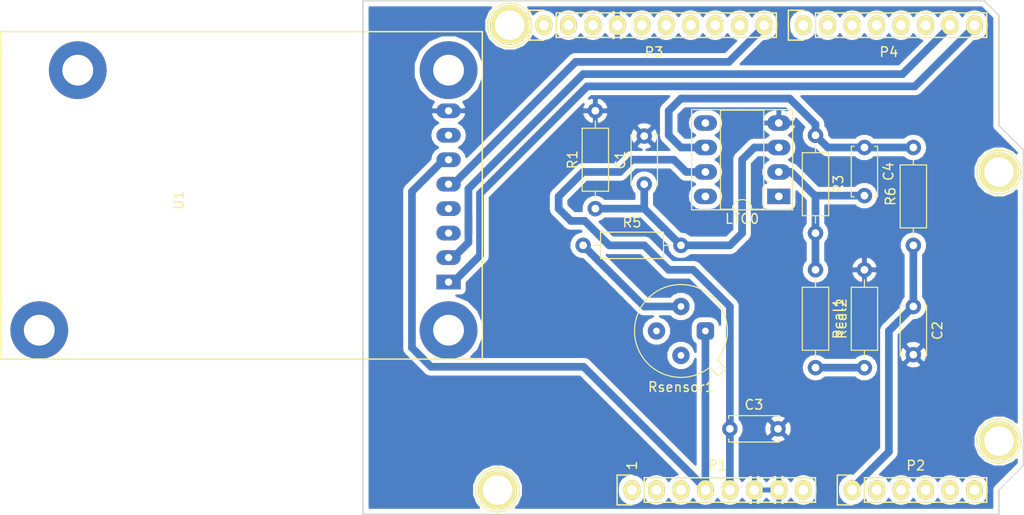
<source format=kicad_pcb>
(kicad_pcb (version 20171130) (host pcbnew 5.0.1-33cea8e~68~ubuntu18.04.1)

  (general
    (thickness 1.6)
    (drawings 27)
    (tracks 84)
    (zones 0)
    (modules 21)
    (nets 46)
  )

  (page A4)
  (title_block
    (date "lun. 30 mars 2015")
  )

  (layers
    (0 F.Cu signal)
    (31 B.Cu signal)
    (32 B.Adhes user)
    (33 F.Adhes user)
    (34 B.Paste user)
    (35 F.Paste user)
    (36 B.SilkS user)
    (37 F.SilkS user)
    (38 B.Mask user)
    (39 F.Mask user)
    (40 Dwgs.User user)
    (41 Cmts.User user)
    (42 Eco1.User user)
    (43 Eco2.User user)
    (44 Edge.Cuts user)
    (45 Margin user)
    (46 B.CrtYd user)
    (47 F.CrtYd user)
    (48 B.Fab user)
    (49 F.Fab user)
  )

  (setup
    (last_trace_width 0.8)
    (trace_clearance 0.4)
    (zone_clearance 0.508)
    (zone_45_only no)
    (trace_min 0.2)
    (segment_width 0.15)
    (edge_width 0.15)
    (via_size 1.6)
    (via_drill 0.8)
    (via_min_size 0.4)
    (via_min_drill 0.3)
    (uvia_size 0.3)
    (uvia_drill 0.1)
    (uvias_allowed no)
    (uvia_min_size 0.2)
    (uvia_min_drill 0.1)
    (pcb_text_width 0.3)
    (pcb_text_size 1.5 1.5)
    (mod_edge_width 0.15)
    (mod_text_size 1 1)
    (mod_text_width 0.15)
    (pad_size 4.064 4.064)
    (pad_drill 3.048)
    (pad_to_mask_clearance 0)
    (solder_mask_min_width 0.25)
    (aux_axis_origin 110.998 126.365)
    (grid_origin 110.998 126.365)
    (visible_elements 7FFFFFFF)
    (pcbplotparams
      (layerselection 0x00030_80000001)
      (usegerberextensions false)
      (usegerberattributes false)
      (usegerberadvancedattributes false)
      (creategerberjobfile false)
      (excludeedgelayer true)
      (linewidth 0.100000)
      (plotframeref false)
      (viasonmask false)
      (mode 1)
      (useauxorigin false)
      (hpglpennumber 1)
      (hpglpenspeed 20)
      (hpglpendiameter 15.000000)
      (psnegative false)
      (psa4output false)
      (plotreference true)
      (plotvalue true)
      (plotinvisibletext false)
      (padsonsilk false)
      (subtractmaskfromsilk false)
      (outputformat 1)
      (mirror false)
      (drillshape 1)
      (scaleselection 1)
      (outputdirectory ""))
  )

  (net 0 "")
  (net 1 +5V)
  (net 2 GND)
  (net 3 +3V3)
  (net 4 "Net-(C1-Pad1)")
  (net 5 A0)
  (net 6 "Net-(C4-Pad1)")
  (net 7 "Net-(C4-Pad2)")
  (net 8 "Net-(R5-Pad1)")
  (net 9 "Net-(Rcal1-Pad2)")
  (net 10 "Net-(LTC0-Pad1)")
  (net 11 "Net-(LTC0-Pad5)")
  (net 12 "Net-(LTC0-Pad8)")
  (net 13 "Net-(P1-Pad1)")
  (net 14 /IOREF)
  (net 15 /Reset)
  (net 16 /Vin)
  (net 17 /A1)
  (net 18 /A2)
  (net 19 /A3)
  (net 20 "Net-(P2-Pad5)")
  (net 21 "Net-(P2-Pad6)")
  (net 22 "/A5(SCL)")
  (net 23 "/A4(SDA)")
  (net 24 /AREF)
  (net 25 "/13(SCK)")
  (net 26 "/12(MISO)")
  (net 27 "/11(**/MOSI)")
  (net 28 "/10(**/SS)")
  (net 29 "/9(**)")
  (net 30 D8)
  (net 31 /7)
  (net 32 "/6(**)")
  (net 33 "/5(**)")
  (net 34 /4)
  (net 35 "/3(**)")
  (net 36 /2)
  (net 37 Tx)
  (net 38 Rx)
  (net 39 "Net-(P5-Pad1)")
  (net 40 "Net-(P6-Pad1)")
  (net 41 "Net-(P7-Pad1)")
  (net 42 "Net-(P8-Pad1)")
  (net 43 "Net-(U1-Pad3)")
  (net 44 "Net-(U1-Pad4)")
  (net 45 "Net-(U1-Pad7)")

  (net_class Default "This is the default net class."
    (clearance 0.4)
    (trace_width 0.8)
    (via_dia 1.6)
    (via_drill 0.8)
    (uvia_dia 0.3)
    (uvia_drill 0.1)
    (add_net +3V3)
    (add_net +5V)
    (add_net "/10(**/SS)")
    (add_net "/11(**/MOSI)")
    (add_net "/12(MISO)")
    (add_net "/13(SCK)")
    (add_net /2)
    (add_net "/3(**)")
    (add_net /4)
    (add_net "/5(**)")
    (add_net "/6(**)")
    (add_net /7)
    (add_net "/9(**)")
    (add_net /A1)
    (add_net /A2)
    (add_net /A3)
    (add_net "/A4(SDA)")
    (add_net "/A5(SCL)")
    (add_net /AREF)
    (add_net /IOREF)
    (add_net /Reset)
    (add_net /Vin)
    (add_net A0)
    (add_net D8)
    (add_net GND)
    (add_net "Net-(C1-Pad1)")
    (add_net "Net-(C4-Pad1)")
    (add_net "Net-(C4-Pad2)")
    (add_net "Net-(LTC0-Pad1)")
    (add_net "Net-(LTC0-Pad5)")
    (add_net "Net-(LTC0-Pad8)")
    (add_net "Net-(P1-Pad1)")
    (add_net "Net-(P2-Pad5)")
    (add_net "Net-(P2-Pad6)")
    (add_net "Net-(P5-Pad1)")
    (add_net "Net-(P6-Pad1)")
    (add_net "Net-(P7-Pad1)")
    (add_net "Net-(P8-Pad1)")
    (add_net "Net-(R5-Pad1)")
    (add_net "Net-(Rcal1-Pad2)")
    (add_net "Net-(U1-Pad3)")
    (add_net "Net-(U1-Pad4)")
    (add_net "Net-(U1-Pad7)")
    (add_net Rx)
    (add_net Tx)
  )

  (module Socket_Arduino_Uno:Socket_Strip_Arduino_1x08 locked (layer F.Cu) (tedit 552168D2) (tstamp 551AF9EA)
    (at 138.938 123.825)
    (descr "Through hole socket strip")
    (tags "socket strip")
    (path /56D70129)
    (fp_text reference P1 (at 8.89 -2.54) (layer F.SilkS)
      (effects (font (size 1 1) (thickness 0.15)))
    )
    (fp_text value Power (at 8.89 -4.064) (layer F.Fab)
      (effects (font (size 1 1) (thickness 0.15)))
    )
    (fp_line (start -1.75 -1.75) (end -1.75 1.75) (layer F.CrtYd) (width 0.05))
    (fp_line (start 19.55 -1.75) (end 19.55 1.75) (layer F.CrtYd) (width 0.05))
    (fp_line (start -1.75 -1.75) (end 19.55 -1.75) (layer F.CrtYd) (width 0.05))
    (fp_line (start -1.75 1.75) (end 19.55 1.75) (layer F.CrtYd) (width 0.05))
    (fp_line (start 1.27 1.27) (end 19.05 1.27) (layer F.SilkS) (width 0.15))
    (fp_line (start 19.05 1.27) (end 19.05 -1.27) (layer F.SilkS) (width 0.15))
    (fp_line (start 19.05 -1.27) (end 1.27 -1.27) (layer F.SilkS) (width 0.15))
    (fp_line (start -1.55 1.55) (end 0 1.55) (layer F.SilkS) (width 0.15))
    (fp_line (start 1.27 1.27) (end 1.27 -1.27) (layer F.SilkS) (width 0.15))
    (fp_line (start 0 -1.55) (end -1.55 -1.55) (layer F.SilkS) (width 0.15))
    (fp_line (start -1.55 -1.55) (end -1.55 1.55) (layer F.SilkS) (width 0.15))
    (pad 1 thru_hole oval (at 0 0) (size 1.7272 2.032) (drill 1.016) (layers *.Cu *.Mask F.SilkS)
      (net 13 "Net-(P1-Pad1)"))
    (pad 2 thru_hole oval (at 2.54 0) (size 1.7272 2.032) (drill 1.016) (layers *.Cu *.Mask F.SilkS)
      (net 14 /IOREF))
    (pad 3 thru_hole oval (at 5.08 0) (size 1.7272 2.032) (drill 1.016) (layers *.Cu *.Mask F.SilkS)
      (net 15 /Reset))
    (pad 4 thru_hole oval (at 7.62 0) (size 1.7272 2.032) (drill 1.016) (layers *.Cu *.Mask F.SilkS)
      (net 3 +3V3))
    (pad 5 thru_hole oval (at 10.16 0) (size 1.7272 2.032) (drill 1.016) (layers *.Cu *.Mask F.SilkS)
      (net 1 +5V))
    (pad 6 thru_hole oval (at 12.7 0) (size 1.7272 2.032) (drill 1.016) (layers *.Cu *.Mask F.SilkS)
      (net 2 GND))
    (pad 7 thru_hole oval (at 15.24 0) (size 1.7272 2.032) (drill 1.016) (layers *.Cu *.Mask F.SilkS)
      (net 2 GND))
    (pad 8 thru_hole oval (at 17.78 0) (size 1.7272 2.032) (drill 1.016) (layers *.Cu *.Mask F.SilkS)
      (net 16 /Vin))
    (model ${KIPRJMOD}/Socket_Arduino_Uno.3dshapes/Socket_header_Arduino_1x08.wrl
      (offset (xyz 8.889999866485596 0 0))
      (scale (xyz 1 1 1))
      (rotate (xyz 0 0 180))
    )
  )

  (module Socket_Arduino_Uno:Socket_Strip_Arduino_1x06 locked (layer F.Cu) (tedit 552168D6) (tstamp 551AF9FF)
    (at 161.798 123.825)
    (descr "Through hole socket strip")
    (tags "socket strip")
    (path /56D70DD8)
    (fp_text reference P2 (at 6.604 -2.54) (layer F.SilkS)
      (effects (font (size 1 1) (thickness 0.15)))
    )
    (fp_text value Analog (at 6.604 -4.064) (layer F.Fab)
      (effects (font (size 1 1) (thickness 0.15)))
    )
    (fp_line (start -1.75 -1.75) (end -1.75 1.75) (layer F.CrtYd) (width 0.05))
    (fp_line (start 14.45 -1.75) (end 14.45 1.75) (layer F.CrtYd) (width 0.05))
    (fp_line (start -1.75 -1.75) (end 14.45 -1.75) (layer F.CrtYd) (width 0.05))
    (fp_line (start -1.75 1.75) (end 14.45 1.75) (layer F.CrtYd) (width 0.05))
    (fp_line (start 1.27 1.27) (end 13.97 1.27) (layer F.SilkS) (width 0.15))
    (fp_line (start 13.97 1.27) (end 13.97 -1.27) (layer F.SilkS) (width 0.15))
    (fp_line (start 13.97 -1.27) (end 1.27 -1.27) (layer F.SilkS) (width 0.15))
    (fp_line (start -1.55 1.55) (end 0 1.55) (layer F.SilkS) (width 0.15))
    (fp_line (start 1.27 1.27) (end 1.27 -1.27) (layer F.SilkS) (width 0.15))
    (fp_line (start 0 -1.55) (end -1.55 -1.55) (layer F.SilkS) (width 0.15))
    (fp_line (start -1.55 -1.55) (end -1.55 1.55) (layer F.SilkS) (width 0.15))
    (pad 1 thru_hole oval (at 0 0) (size 1.7272 2.032) (drill 1.016) (layers *.Cu *.Mask F.SilkS)
      (net 5 A0))
    (pad 2 thru_hole oval (at 2.54 0) (size 1.7272 2.032) (drill 1.016) (layers *.Cu *.Mask F.SilkS)
      (net 17 /A1))
    (pad 3 thru_hole oval (at 5.08 0) (size 1.7272 2.032) (drill 1.016) (layers *.Cu *.Mask F.SilkS)
      (net 18 /A2))
    (pad 4 thru_hole oval (at 7.62 0) (size 1.7272 2.032) (drill 1.016) (layers *.Cu *.Mask F.SilkS)
      (net 19 /A3))
    (pad 5 thru_hole oval (at 10.16 0) (size 1.7272 2.032) (drill 1.016) (layers *.Cu *.Mask F.SilkS)
      (net 20 "Net-(P2-Pad5)"))
    (pad 6 thru_hole oval (at 12.7 0) (size 1.7272 2.032) (drill 1.016) (layers *.Cu *.Mask F.SilkS)
      (net 21 "Net-(P2-Pad6)"))
    (model ${KIPRJMOD}/Socket_Arduino_Uno.3dshapes/Socket_header_Arduino_1x06.wrl
      (offset (xyz 6.349999904632568 0 0))
      (scale (xyz 1 1 1))
      (rotate (xyz 0 0 180))
    )
  )

  (module Socket_Arduino_Uno:Socket_Strip_Arduino_1x10 locked (layer F.Cu) (tedit 552168BF) (tstamp 551AFA18)
    (at 129.794 75.565)
    (descr "Through hole socket strip")
    (tags "socket strip")
    (path /56D721E0)
    (fp_text reference P3 (at 11.43 2.794) (layer F.SilkS)
      (effects (font (size 1 1) (thickness 0.15)))
    )
    (fp_text value Digital (at 11.43 4.318) (layer F.Fab)
      (effects (font (size 1 1) (thickness 0.15)))
    )
    (fp_line (start -1.75 -1.75) (end -1.75 1.75) (layer F.CrtYd) (width 0.05))
    (fp_line (start 24.65 -1.75) (end 24.65 1.75) (layer F.CrtYd) (width 0.05))
    (fp_line (start -1.75 -1.75) (end 24.65 -1.75) (layer F.CrtYd) (width 0.05))
    (fp_line (start -1.75 1.75) (end 24.65 1.75) (layer F.CrtYd) (width 0.05))
    (fp_line (start 1.27 1.27) (end 24.13 1.27) (layer F.SilkS) (width 0.15))
    (fp_line (start 24.13 1.27) (end 24.13 -1.27) (layer F.SilkS) (width 0.15))
    (fp_line (start 24.13 -1.27) (end 1.27 -1.27) (layer F.SilkS) (width 0.15))
    (fp_line (start -1.55 1.55) (end 0 1.55) (layer F.SilkS) (width 0.15))
    (fp_line (start 1.27 1.27) (end 1.27 -1.27) (layer F.SilkS) (width 0.15))
    (fp_line (start 0 -1.55) (end -1.55 -1.55) (layer F.SilkS) (width 0.15))
    (fp_line (start -1.55 -1.55) (end -1.55 1.55) (layer F.SilkS) (width 0.15))
    (pad 1 thru_hole oval (at 0 0) (size 1.7272 2.032) (drill 1.016) (layers *.Cu *.Mask F.SilkS)
      (net 22 "/A5(SCL)"))
    (pad 2 thru_hole oval (at 2.54 0) (size 1.7272 2.032) (drill 1.016) (layers *.Cu *.Mask F.SilkS)
      (net 23 "/A4(SDA)"))
    (pad 3 thru_hole oval (at 5.08 0) (size 1.7272 2.032) (drill 1.016) (layers *.Cu *.Mask F.SilkS)
      (net 24 /AREF))
    (pad 4 thru_hole oval (at 7.62 0) (size 1.7272 2.032) (drill 1.016) (layers *.Cu *.Mask F.SilkS)
      (net 2 GND))
    (pad 5 thru_hole oval (at 10.16 0) (size 1.7272 2.032) (drill 1.016) (layers *.Cu *.Mask F.SilkS)
      (net 25 "/13(SCK)"))
    (pad 6 thru_hole oval (at 12.7 0) (size 1.7272 2.032) (drill 1.016) (layers *.Cu *.Mask F.SilkS)
      (net 26 "/12(MISO)"))
    (pad 7 thru_hole oval (at 15.24 0) (size 1.7272 2.032) (drill 1.016) (layers *.Cu *.Mask F.SilkS)
      (net 27 "/11(**/MOSI)"))
    (pad 8 thru_hole oval (at 17.78 0) (size 1.7272 2.032) (drill 1.016) (layers *.Cu *.Mask F.SilkS)
      (net 28 "/10(**/SS)"))
    (pad 9 thru_hole oval (at 20.32 0) (size 1.7272 2.032) (drill 1.016) (layers *.Cu *.Mask F.SilkS)
      (net 29 "/9(**)"))
    (pad 10 thru_hole oval (at 22.86 0) (size 1.7272 2.032) (drill 1.016) (layers *.Cu *.Mask F.SilkS)
      (net 30 D8))
    (model ${KIPRJMOD}/Socket_Arduino_Uno.3dshapes/Socket_header_Arduino_1x10.wrl
      (offset (xyz 11.42999982833862 0 0))
      (scale (xyz 1 1 1))
      (rotate (xyz 0 0 180))
    )
  )

  (module Socket_Arduino_Uno:Socket_Strip_Arduino_1x08 locked (layer F.Cu) (tedit 552168C7) (tstamp 551AFA2F)
    (at 156.718 75.565)
    (descr "Through hole socket strip")
    (tags "socket strip")
    (path /56D7164F)
    (fp_text reference P4 (at 8.89 2.794) (layer F.SilkS)
      (effects (font (size 1 1) (thickness 0.15)))
    )
    (fp_text value Digital (at 8.89 4.318) (layer F.Fab)
      (effects (font (size 1 1) (thickness 0.15)))
    )
    (fp_line (start -1.75 -1.75) (end -1.75 1.75) (layer F.CrtYd) (width 0.05))
    (fp_line (start 19.55 -1.75) (end 19.55 1.75) (layer F.CrtYd) (width 0.05))
    (fp_line (start -1.75 -1.75) (end 19.55 -1.75) (layer F.CrtYd) (width 0.05))
    (fp_line (start -1.75 1.75) (end 19.55 1.75) (layer F.CrtYd) (width 0.05))
    (fp_line (start 1.27 1.27) (end 19.05 1.27) (layer F.SilkS) (width 0.15))
    (fp_line (start 19.05 1.27) (end 19.05 -1.27) (layer F.SilkS) (width 0.15))
    (fp_line (start 19.05 -1.27) (end 1.27 -1.27) (layer F.SilkS) (width 0.15))
    (fp_line (start -1.55 1.55) (end 0 1.55) (layer F.SilkS) (width 0.15))
    (fp_line (start 1.27 1.27) (end 1.27 -1.27) (layer F.SilkS) (width 0.15))
    (fp_line (start 0 -1.55) (end -1.55 -1.55) (layer F.SilkS) (width 0.15))
    (fp_line (start -1.55 -1.55) (end -1.55 1.55) (layer F.SilkS) (width 0.15))
    (pad 1 thru_hole oval (at 0 0) (size 1.7272 2.032) (drill 1.016) (layers *.Cu *.Mask F.SilkS)
      (net 31 /7))
    (pad 2 thru_hole oval (at 2.54 0) (size 1.7272 2.032) (drill 1.016) (layers *.Cu *.Mask F.SilkS)
      (net 32 "/6(**)"))
    (pad 3 thru_hole oval (at 5.08 0) (size 1.7272 2.032) (drill 1.016) (layers *.Cu *.Mask F.SilkS)
      (net 33 "/5(**)"))
    (pad 4 thru_hole oval (at 7.62 0) (size 1.7272 2.032) (drill 1.016) (layers *.Cu *.Mask F.SilkS)
      (net 34 /4))
    (pad 5 thru_hole oval (at 10.16 0) (size 1.7272 2.032) (drill 1.016) (layers *.Cu *.Mask F.SilkS)
      (net 35 "/3(**)"))
    (pad 6 thru_hole oval (at 12.7 0) (size 1.7272 2.032) (drill 1.016) (layers *.Cu *.Mask F.SilkS)
      (net 36 /2))
    (pad 7 thru_hole oval (at 15.24 0) (size 1.7272 2.032) (drill 1.016) (layers *.Cu *.Mask F.SilkS)
      (net 37 Tx))
    (pad 8 thru_hole oval (at 17.78 0) (size 1.7272 2.032) (drill 1.016) (layers *.Cu *.Mask F.SilkS)
      (net 38 Rx))
    (model ${KIPRJMOD}/Socket_Arduino_Uno.3dshapes/Socket_header_Arduino_1x08.wrl
      (offset (xyz 8.889999866485596 0 0))
      (scale (xyz 1 1 1))
      (rotate (xyz 0 0 180))
    )
  )

  (module Socket_Arduino_Uno:Arduino_1pin locked (layer F.Cu) (tedit 5524FC39) (tstamp 5524FC3F)
    (at 124.968 123.825)
    (descr "module 1 pin (ou trou mecanique de percage)")
    (tags DEV)
    (path /56D71177)
    (fp_text reference P5 (at 0 -3.048) (layer F.SilkS) hide
      (effects (font (size 1 1) (thickness 0.15)))
    )
    (fp_text value CONN_01X01 (at 0 2.794) (layer F.Fab) hide
      (effects (font (size 1 1) (thickness 0.15)))
    )
    (fp_circle (center 0 0) (end 0 -2.286) (layer F.SilkS) (width 0.15))
    (pad 1 thru_hole circle (at 0 0) (size 4.064 4.064) (drill 3.048) (layers *.Cu *.Mask F.SilkS)
      (net 39 "Net-(P5-Pad1)"))
  )

  (module Socket_Arduino_Uno:Arduino_1pin locked (layer F.Cu) (tedit 5524FC4A) (tstamp 5524FC44)
    (at 177.038 118.745)
    (descr "module 1 pin (ou trou mecanique de percage)")
    (tags DEV)
    (path /56D71274)
    (fp_text reference P6 (at 0 -3.048) (layer F.SilkS) hide
      (effects (font (size 1 1) (thickness 0.15)))
    )
    (fp_text value CONN_01X01 (at 0 2.794) (layer F.Fab) hide
      (effects (font (size 1 1) (thickness 0.15)))
    )
    (fp_circle (center 0 0) (end 0 -2.286) (layer F.SilkS) (width 0.15))
    (pad 1 thru_hole circle (at 0 0) (size 4.064 4.064) (drill 3.048) (layers *.Cu *.Mask F.SilkS)
      (net 40 "Net-(P6-Pad1)"))
  )

  (module Socket_Arduino_Uno:Arduino_1pin locked (layer F.Cu) (tedit 5524FC2F) (tstamp 5524FC49)
    (at 126.238 75.565)
    (descr "module 1 pin (ou trou mecanique de percage)")
    (tags DEV)
    (path /56D712A8)
    (fp_text reference P7 (at 0 -3.048) (layer F.SilkS) hide
      (effects (font (size 1 1) (thickness 0.15)))
    )
    (fp_text value CONN_01X01 (at 0 2.794) (layer F.Fab) hide
      (effects (font (size 1 1) (thickness 0.15)))
    )
    (fp_circle (center 0 0) (end 0 -2.286) (layer F.SilkS) (width 0.15))
    (pad 1 thru_hole circle (at 0 0) (size 4.064 4.064) (drill 3.048) (layers *.Cu *.Mask F.SilkS)
      (net 41 "Net-(P7-Pad1)"))
  )

  (module Socket_Arduino_Uno:Arduino_1pin locked (layer F.Cu) (tedit 5524FC41) (tstamp 5524FC4E)
    (at 177.038 90.805)
    (descr "module 1 pin (ou trou mecanique de percage)")
    (tags DEV)
    (path /56D712DB)
    (fp_text reference P8 (at 0 -3.048) (layer F.SilkS) hide
      (effects (font (size 1 1) (thickness 0.15)))
    )
    (fp_text value CONN_01X01 (at 0 2.794) (layer F.Fab) hide
      (effects (font (size 1 1) (thickness 0.15)))
    )
    (fp_circle (center 0 0) (end 0 -2.286) (layer F.SilkS) (width 0.15))
    (pad 1 thru_hole circle (at 0 0) (size 4.064 4.064) (drill 3.048) (layers *.Cu *.Mask F.SilkS)
      (net 42 "Net-(P8-Pad1)"))
  )

  (module Capacitor_THT:C_Disc_D5.0mm_W2.5mm_P5.00mm (layer F.Cu) (tedit 5AE50EF0) (tstamp 5BE616A5)
    (at 140.208 92.075 90)
    (descr "C, Disc series, Radial, pin pitch=5.00mm, , diameter*width=5*2.5mm^2, Capacitor, http://cdn-reichelt.de/documents/datenblatt/B300/DS_KERKO_TC.pdf")
    (tags "C Disc series Radial pin pitch 5.00mm  diameter 5mm width 2.5mm Capacitor")
    (path /5BD9EFAF)
    (fp_text reference C1 (at 2.5 -2.5 90) (layer F.SilkS)
      (effects (font (size 1 1) (thickness 0.15)))
    )
    (fp_text value 100n (at 2.5 2.5 90) (layer F.Fab)
      (effects (font (size 1 1) (thickness 0.15)))
    )
    (fp_text user %R (at 2.5 0 90) (layer F.Fab)
      (effects (font (size 1 1) (thickness 0.15)))
    )
    (fp_line (start 6.05 -1.5) (end -1.05 -1.5) (layer F.CrtYd) (width 0.05))
    (fp_line (start 6.05 1.5) (end 6.05 -1.5) (layer F.CrtYd) (width 0.05))
    (fp_line (start -1.05 1.5) (end 6.05 1.5) (layer F.CrtYd) (width 0.05))
    (fp_line (start -1.05 -1.5) (end -1.05 1.5) (layer F.CrtYd) (width 0.05))
    (fp_line (start 5.12 1.055) (end 5.12 1.37) (layer F.SilkS) (width 0.12))
    (fp_line (start 5.12 -1.37) (end 5.12 -1.055) (layer F.SilkS) (width 0.12))
    (fp_line (start -0.12 1.055) (end -0.12 1.37) (layer F.SilkS) (width 0.12))
    (fp_line (start -0.12 -1.37) (end -0.12 -1.055) (layer F.SilkS) (width 0.12))
    (fp_line (start -0.12 1.37) (end 5.12 1.37) (layer F.SilkS) (width 0.12))
    (fp_line (start -0.12 -1.37) (end 5.12 -1.37) (layer F.SilkS) (width 0.12))
    (fp_line (start 5 -1.25) (end 0 -1.25) (layer F.Fab) (width 0.1))
    (fp_line (start 5 1.25) (end 5 -1.25) (layer F.Fab) (width 0.1))
    (fp_line (start 0 1.25) (end 5 1.25) (layer F.Fab) (width 0.1))
    (fp_line (start 0 -1.25) (end 0 1.25) (layer F.Fab) (width 0.1))
    (pad 2 thru_hole circle (at 5 0 90) (size 1.6 1.6) (drill 0.8) (layers *.Cu *.Mask)
      (net 2 GND))
    (pad 1 thru_hole circle (at 0 0 90) (size 1.6 1.6) (drill 0.8) (layers *.Cu *.Mask)
      (net 4 "Net-(C1-Pad1)"))
    (model ${KISYS3DMOD}/Capacitor_THT.3dshapes/C_Disc_D5.0mm_W2.5mm_P5.00mm.wrl
      (at (xyz 0 0 0))
      (scale (xyz 1 1 1))
      (rotate (xyz 0 0 0))
    )
  )

  (module Capacitor_THT:C_Disc_D5.0mm_W2.5mm_P5.00mm (layer F.Cu) (tedit 5AE50EF0) (tstamp 5BE616BA)
    (at 168.148 104.775 270)
    (descr "C, Disc series, Radial, pin pitch=5.00mm, , diameter*width=5*2.5mm^2, Capacitor, http://cdn-reichelt.de/documents/datenblatt/B300/DS_KERKO_TC.pdf")
    (tags "C Disc series Radial pin pitch 5.00mm  diameter 5mm width 2.5mm Capacitor")
    (path /5BDA11F6)
    (fp_text reference C2 (at 2.5 -2.5 270) (layer F.SilkS)
      (effects (font (size 1 1) (thickness 0.15)))
    )
    (fp_text value 100n (at 2.5 2.5 270) (layer F.Fab)
      (effects (font (size 1 1) (thickness 0.15)))
    )
    (fp_text user %R (at 2.54 0 270) (layer F.Fab)
      (effects (font (size 1 1) (thickness 0.15)))
    )
    (fp_line (start 6.05 -1.5) (end -1.05 -1.5) (layer F.CrtYd) (width 0.05))
    (fp_line (start 6.05 1.5) (end 6.05 -1.5) (layer F.CrtYd) (width 0.05))
    (fp_line (start -1.05 1.5) (end 6.05 1.5) (layer F.CrtYd) (width 0.05))
    (fp_line (start -1.05 -1.5) (end -1.05 1.5) (layer F.CrtYd) (width 0.05))
    (fp_line (start 5.12 1.055) (end 5.12 1.37) (layer F.SilkS) (width 0.12))
    (fp_line (start 5.12 -1.37) (end 5.12 -1.055) (layer F.SilkS) (width 0.12))
    (fp_line (start -0.12 1.055) (end -0.12 1.37) (layer F.SilkS) (width 0.12))
    (fp_line (start -0.12 -1.37) (end -0.12 -1.055) (layer F.SilkS) (width 0.12))
    (fp_line (start -0.12 1.37) (end 5.12 1.37) (layer F.SilkS) (width 0.12))
    (fp_line (start -0.12 -1.37) (end 5.12 -1.37) (layer F.SilkS) (width 0.12))
    (fp_line (start 5 -1.25) (end 0 -1.25) (layer F.Fab) (width 0.1))
    (fp_line (start 5 1.25) (end 5 -1.25) (layer F.Fab) (width 0.1))
    (fp_line (start 0 1.25) (end 5 1.25) (layer F.Fab) (width 0.1))
    (fp_line (start 0 -1.25) (end 0 1.25) (layer F.Fab) (width 0.1))
    (pad 2 thru_hole circle (at 5 0 270) (size 1.6 1.6) (drill 0.8) (layers *.Cu *.Mask)
      (net 2 GND))
    (pad 1 thru_hole circle (at 0 0 270) (size 1.6 1.6) (drill 0.8) (layers *.Cu *.Mask)
      (net 5 A0))
    (model ${KISYS3DMOD}/Capacitor_THT.3dshapes/C_Disc_D5.0mm_W2.5mm_P5.00mm.wrl
      (at (xyz 0 0 0))
      (scale (xyz 1 1 1))
      (rotate (xyz 0 0 0))
    )
  )

  (module Capacitor_THT:C_Disc_D5.0mm_W2.5mm_P5.00mm (layer F.Cu) (tedit 5AE50EF0) (tstamp 5BE616CF)
    (at 149.098 117.475)
    (descr "C, Disc series, Radial, pin pitch=5.00mm, , diameter*width=5*2.5mm^2, Capacitor, http://cdn-reichelt.de/documents/datenblatt/B300/DS_KERKO_TC.pdf")
    (tags "C Disc series Radial pin pitch 5.00mm  diameter 5mm width 2.5mm Capacitor")
    (path /5BD9E661)
    (fp_text reference C3 (at 2.5 -2.5) (layer F.SilkS)
      (effects (font (size 1 1) (thickness 0.15)))
    )
    (fp_text value 100n (at 2.5 2.5) (layer F.Fab)
      (effects (font (size 1 1) (thickness 0.15)))
    )
    (fp_line (start 0 -1.25) (end 0 1.25) (layer F.Fab) (width 0.1))
    (fp_line (start 0 1.25) (end 5 1.25) (layer F.Fab) (width 0.1))
    (fp_line (start 5 1.25) (end 5 -1.25) (layer F.Fab) (width 0.1))
    (fp_line (start 5 -1.25) (end 0 -1.25) (layer F.Fab) (width 0.1))
    (fp_line (start -0.12 -1.37) (end 5.12 -1.37) (layer F.SilkS) (width 0.12))
    (fp_line (start -0.12 1.37) (end 5.12 1.37) (layer F.SilkS) (width 0.12))
    (fp_line (start -0.12 -1.37) (end -0.12 -1.055) (layer F.SilkS) (width 0.12))
    (fp_line (start -0.12 1.055) (end -0.12 1.37) (layer F.SilkS) (width 0.12))
    (fp_line (start 5.12 -1.37) (end 5.12 -1.055) (layer F.SilkS) (width 0.12))
    (fp_line (start 5.12 1.055) (end 5.12 1.37) (layer F.SilkS) (width 0.12))
    (fp_line (start -1.05 -1.5) (end -1.05 1.5) (layer F.CrtYd) (width 0.05))
    (fp_line (start -1.05 1.5) (end 6.05 1.5) (layer F.CrtYd) (width 0.05))
    (fp_line (start 6.05 1.5) (end 6.05 -1.5) (layer F.CrtYd) (width 0.05))
    (fp_line (start 6.05 -1.5) (end -1.05 -1.5) (layer F.CrtYd) (width 0.05))
    (fp_text user %R (at 2.244999 -0.255001) (layer F.Fab)
      (effects (font (size 1 1) (thickness 0.15)))
    )
    (pad 1 thru_hole circle (at 0 0) (size 1.6 1.6) (drill 0.8) (layers *.Cu *.Mask)
      (net 1 +5V))
    (pad 2 thru_hole circle (at 5 0) (size 1.6 1.6) (drill 0.8) (layers *.Cu *.Mask)
      (net 2 GND))
    (model ${KISYS3DMOD}/Capacitor_THT.3dshapes/C_Disc_D5.0mm_W2.5mm_P5.00mm.wrl
      (at (xyz 0 0 0))
      (scale (xyz 1 1 1))
      (rotate (xyz 0 0 0))
    )
  )

  (module Capacitor_THT:C_Disc_D5.0mm_W2.5mm_P5.00mm (layer F.Cu) (tedit 5AE50EF0) (tstamp 5BE616E4)
    (at 163.068 88.265 270)
    (descr "C, Disc series, Radial, pin pitch=5.00mm, , diameter*width=5*2.5mm^2, Capacitor, http://cdn-reichelt.de/documents/datenblatt/B300/DS_KERKO_TC.pdf")
    (tags "C Disc series Radial pin pitch 5.00mm  diameter 5mm width 2.5mm Capacitor")
    (path /5BDA00FC)
    (fp_text reference C4 (at 2.5 -2.5 270) (layer F.SilkS)
      (effects (font (size 1 1) (thickness 0.15)))
    )
    (fp_text value 1u (at 2.5 2.5 270) (layer F.Fab)
      (effects (font (size 1 1) (thickness 0.15)))
    )
    (fp_line (start 0 -1.25) (end 0 1.25) (layer F.Fab) (width 0.1))
    (fp_line (start 0 1.25) (end 5 1.25) (layer F.Fab) (width 0.1))
    (fp_line (start 5 1.25) (end 5 -1.25) (layer F.Fab) (width 0.1))
    (fp_line (start 5 -1.25) (end 0 -1.25) (layer F.Fab) (width 0.1))
    (fp_line (start -0.12 -1.37) (end 5.12 -1.37) (layer F.SilkS) (width 0.12))
    (fp_line (start -0.12 1.37) (end 5.12 1.37) (layer F.SilkS) (width 0.12))
    (fp_line (start -0.12 -1.37) (end -0.12 -1.055) (layer F.SilkS) (width 0.12))
    (fp_line (start -0.12 1.055) (end -0.12 1.37) (layer F.SilkS) (width 0.12))
    (fp_line (start 5.12 -1.37) (end 5.12 -1.055) (layer F.SilkS) (width 0.12))
    (fp_line (start 5.12 1.055) (end 5.12 1.37) (layer F.SilkS) (width 0.12))
    (fp_line (start -1.05 -1.5) (end -1.05 1.5) (layer F.CrtYd) (width 0.05))
    (fp_line (start -1.05 1.5) (end 6.05 1.5) (layer F.CrtYd) (width 0.05))
    (fp_line (start 6.05 1.5) (end 6.05 -1.5) (layer F.CrtYd) (width 0.05))
    (fp_line (start 6.05 -1.5) (end -1.05 -1.5) (layer F.CrtYd) (width 0.05))
    (fp_text user %R (at 2.5 0 270) (layer F.Fab)
      (effects (font (size 1 1) (thickness 0.15)))
    )
    (pad 1 thru_hole circle (at 0 0 270) (size 1.6 1.6) (drill 0.8) (layers *.Cu *.Mask)
      (net 6 "Net-(C4-Pad1)"))
    (pad 2 thru_hole circle (at 5 0 270) (size 1.6 1.6) (drill 0.8) (layers *.Cu *.Mask)
      (net 7 "Net-(C4-Pad2)"))
    (model ${KISYS3DMOD}/Capacitor_THT.3dshapes/C_Disc_D5.0mm_W2.5mm_P5.00mm.wrl
      (at (xyz 0 0 0))
      (scale (xyz 1 1 1))
      (rotate (xyz 0 0 0))
    )
  )

  (module Package_DIP:DIP-8_W7.62mm_Socket_LongPads (layer F.Cu) (tedit 5A02E8C5) (tstamp 5BE61708)
    (at 154.178 93.345 180)
    (descr "8-lead though-hole mounted DIP package, row spacing 7.62 mm (300 mils), Socket, LongPads")
    (tags "THT DIP DIL PDIP 2.54mm 7.62mm 300mil Socket LongPads")
    (path /5BD9BCAF)
    (fp_text reference LTC0 (at 3.81 -2.33 180) (layer F.SilkS)
      (effects (font (size 1 1) (thickness 0.15)))
    )
    (fp_text value LTC1050 (at 3.81 9.95 180) (layer F.Fab)
      (effects (font (size 1 1) (thickness 0.15)))
    )
    (fp_arc (start 3.81 -1.33) (end 2.81 -1.33) (angle -180) (layer F.SilkS) (width 0.12))
    (fp_line (start 1.635 -1.27) (end 6.985 -1.27) (layer F.Fab) (width 0.1))
    (fp_line (start 6.985 -1.27) (end 6.985 8.89) (layer F.Fab) (width 0.1))
    (fp_line (start 6.985 8.89) (end 0.635 8.89) (layer F.Fab) (width 0.1))
    (fp_line (start 0.635 8.89) (end 0.635 -0.27) (layer F.Fab) (width 0.1))
    (fp_line (start 0.635 -0.27) (end 1.635 -1.27) (layer F.Fab) (width 0.1))
    (fp_line (start -1.27 -1.33) (end -1.27 8.95) (layer F.Fab) (width 0.1))
    (fp_line (start -1.27 8.95) (end 8.89 8.95) (layer F.Fab) (width 0.1))
    (fp_line (start 8.89 8.95) (end 8.89 -1.33) (layer F.Fab) (width 0.1))
    (fp_line (start 8.89 -1.33) (end -1.27 -1.33) (layer F.Fab) (width 0.1))
    (fp_line (start 2.81 -1.33) (end 1.56 -1.33) (layer F.SilkS) (width 0.12))
    (fp_line (start 1.56 -1.33) (end 1.56 8.95) (layer F.SilkS) (width 0.12))
    (fp_line (start 1.56 8.95) (end 6.06 8.95) (layer F.SilkS) (width 0.12))
    (fp_line (start 6.06 8.95) (end 6.06 -1.33) (layer F.SilkS) (width 0.12))
    (fp_line (start 6.06 -1.33) (end 4.81 -1.33) (layer F.SilkS) (width 0.12))
    (fp_line (start -1.44 -1.39) (end -1.44 9.01) (layer F.SilkS) (width 0.12))
    (fp_line (start -1.44 9.01) (end 9.06 9.01) (layer F.SilkS) (width 0.12))
    (fp_line (start 9.06 9.01) (end 9.06 -1.39) (layer F.SilkS) (width 0.12))
    (fp_line (start 9.06 -1.39) (end -1.44 -1.39) (layer F.SilkS) (width 0.12))
    (fp_line (start -1.55 -1.6) (end -1.55 9.2) (layer F.CrtYd) (width 0.05))
    (fp_line (start -1.55 9.2) (end 9.15 9.2) (layer F.CrtYd) (width 0.05))
    (fp_line (start 9.15 9.2) (end 9.15 -1.6) (layer F.CrtYd) (width 0.05))
    (fp_line (start 9.15 -1.6) (end -1.55 -1.6) (layer F.CrtYd) (width 0.05))
    (fp_text user %R (at 3.81 3.81 180) (layer F.Fab)
      (effects (font (size 1 1) (thickness 0.15)))
    )
    (pad 1 thru_hole rect (at 0 0 180) (size 2.4 1.6) (drill 0.8) (layers *.Cu *.Mask)
      (net 10 "Net-(LTC0-Pad1)"))
    (pad 5 thru_hole oval (at 7.62 7.62 180) (size 2.4 1.6) (drill 0.8) (layers *.Cu *.Mask)
      (net 11 "Net-(LTC0-Pad5)"))
    (pad 2 thru_hole oval (at 0 2.54 180) (size 2.4 1.6) (drill 0.8) (layers *.Cu *.Mask)
      (net 7 "Net-(C4-Pad2)"))
    (pad 6 thru_hole oval (at 7.62 5.08 180) (size 2.4 1.6) (drill 0.8) (layers *.Cu *.Mask)
      (net 6 "Net-(C4-Pad1)"))
    (pad 3 thru_hole oval (at 0 5.08 180) (size 2.4 1.6) (drill 0.8) (layers *.Cu *.Mask)
      (net 4 "Net-(C1-Pad1)"))
    (pad 7 thru_hole oval (at 7.62 2.54 180) (size 2.4 1.6) (drill 0.8) (layers *.Cu *.Mask)
      (net 1 +5V))
    (pad 4 thru_hole oval (at 0 7.62 180) (size 2.4 1.6) (drill 0.8) (layers *.Cu *.Mask)
      (net 2 GND))
    (pad 8 thru_hole oval (at 7.62 0 180) (size 2.4 1.6) (drill 0.8) (layers *.Cu *.Mask)
      (net 12 "Net-(LTC0-Pad8)"))
    (model ${KISYS3DMOD}/Package_DIP.3dshapes/DIP-8_W7.62mm_Socket.wrl
      (at (xyz 0 0 0))
      (scale (xyz 1 1 1))
      (rotate (xyz 0 0 0))
    )
  )

  (module Resistor_THT:R_Axial_DIN0207_L6.3mm_D2.5mm_P10.16mm_Horizontal (layer F.Cu) (tedit 5AE5139B) (tstamp 5BE6171F)
    (at 135.128 94.615 90)
    (descr "Resistor, Axial_DIN0207 series, Axial, Horizontal, pin pitch=10.16mm, 0.25W = 1/4W, length*diameter=6.3*2.5mm^2, http://cdn-reichelt.de/documents/datenblatt/B400/1_4W%23YAG.pdf")
    (tags "Resistor Axial_DIN0207 series Axial Horizontal pin pitch 10.16mm 0.25W = 1/4W length 6.3mm diameter 2.5mm")
    (path /5BD9BF95)
    (fp_text reference R1 (at 5.08 -2.37 90) (layer F.SilkS)
      (effects (font (size 1 1) (thickness 0.15)))
    )
    (fp_text value 100k (at 5.08 2.37 90) (layer F.Fab)
      (effects (font (size 1 1) (thickness 0.15)))
    )
    (fp_text user %R (at 5.08 0 90) (layer F.Fab)
      (effects (font (size 1 1) (thickness 0.15)))
    )
    (fp_line (start 11.21 -1.5) (end -1.05 -1.5) (layer F.CrtYd) (width 0.05))
    (fp_line (start 11.21 1.5) (end 11.21 -1.5) (layer F.CrtYd) (width 0.05))
    (fp_line (start -1.05 1.5) (end 11.21 1.5) (layer F.CrtYd) (width 0.05))
    (fp_line (start -1.05 -1.5) (end -1.05 1.5) (layer F.CrtYd) (width 0.05))
    (fp_line (start 9.12 0) (end 8.35 0) (layer F.SilkS) (width 0.12))
    (fp_line (start 1.04 0) (end 1.81 0) (layer F.SilkS) (width 0.12))
    (fp_line (start 8.35 -1.37) (end 1.81 -1.37) (layer F.SilkS) (width 0.12))
    (fp_line (start 8.35 1.37) (end 8.35 -1.37) (layer F.SilkS) (width 0.12))
    (fp_line (start 1.81 1.37) (end 8.35 1.37) (layer F.SilkS) (width 0.12))
    (fp_line (start 1.81 -1.37) (end 1.81 1.37) (layer F.SilkS) (width 0.12))
    (fp_line (start 10.16 0) (end 8.23 0) (layer F.Fab) (width 0.1))
    (fp_line (start 0 0) (end 1.93 0) (layer F.Fab) (width 0.1))
    (fp_line (start 8.23 -1.25) (end 1.93 -1.25) (layer F.Fab) (width 0.1))
    (fp_line (start 8.23 1.25) (end 8.23 -1.25) (layer F.Fab) (width 0.1))
    (fp_line (start 1.93 1.25) (end 8.23 1.25) (layer F.Fab) (width 0.1))
    (fp_line (start 1.93 -1.25) (end 1.93 1.25) (layer F.Fab) (width 0.1))
    (pad 2 thru_hole oval (at 10.16 0 90) (size 1.6 1.6) (drill 0.8) (layers *.Cu *.Mask)
      (net 2 GND))
    (pad 1 thru_hole circle (at 0 0 90) (size 1.6 1.6) (drill 0.8) (layers *.Cu *.Mask)
      (net 4 "Net-(C1-Pad1)"))
    (model ${KISYS3DMOD}/Resistor_THT.3dshapes/R_Axial_DIN0207_L6.3mm_D2.5mm_P10.16mm_Horizontal.wrl
      (at (xyz 0 0 0))
      (scale (xyz 1 1 1))
      (rotate (xyz 0 0 0))
    )
  )

  (module Resistor_THT:R_Axial_DIN0207_L6.3mm_D2.5mm_P10.16mm_Horizontal (layer F.Cu) (tedit 5AE5139B) (tstamp 5BE61736)
    (at 157.988 86.995 270)
    (descr "Resistor, Axial_DIN0207 series, Axial, Horizontal, pin pitch=10.16mm, 0.25W = 1/4W, length*diameter=6.3*2.5mm^2, http://cdn-reichelt.de/documents/datenblatt/B400/1_4W%23YAG.pdf")
    (tags "Resistor Axial_DIN0207 series Axial Horizontal pin pitch 10.16mm 0.25W = 1/4W length 6.3mm diameter 2.5mm")
    (path /5BD9BFF7)
    (fp_text reference R3 (at 5.08 -2.37 270) (layer F.SilkS)
      (effects (font (size 1 1) (thickness 0.15)))
    )
    (fp_text value 100k (at 5.08 2.37 270) (layer F.Fab)
      (effects (font (size 1 1) (thickness 0.15)))
    )
    (fp_line (start 1.93 -1.25) (end 1.93 1.25) (layer F.Fab) (width 0.1))
    (fp_line (start 1.93 1.25) (end 8.23 1.25) (layer F.Fab) (width 0.1))
    (fp_line (start 8.23 1.25) (end 8.23 -1.25) (layer F.Fab) (width 0.1))
    (fp_line (start 8.23 -1.25) (end 1.93 -1.25) (layer F.Fab) (width 0.1))
    (fp_line (start 0 0) (end 1.93 0) (layer F.Fab) (width 0.1))
    (fp_line (start 10.16 0) (end 8.23 0) (layer F.Fab) (width 0.1))
    (fp_line (start 1.81 -1.37) (end 1.81 1.37) (layer F.SilkS) (width 0.12))
    (fp_line (start 1.81 1.37) (end 8.35 1.37) (layer F.SilkS) (width 0.12))
    (fp_line (start 8.35 1.37) (end 8.35 -1.37) (layer F.SilkS) (width 0.12))
    (fp_line (start 8.35 -1.37) (end 1.81 -1.37) (layer F.SilkS) (width 0.12))
    (fp_line (start 1.04 0) (end 1.81 0) (layer F.SilkS) (width 0.12))
    (fp_line (start 9.12 0) (end 8.35 0) (layer F.SilkS) (width 0.12))
    (fp_line (start -1.05 -1.5) (end -1.05 1.5) (layer F.CrtYd) (width 0.05))
    (fp_line (start -1.05 1.5) (end 11.21 1.5) (layer F.CrtYd) (width 0.05))
    (fp_line (start 11.21 1.5) (end 11.21 -1.5) (layer F.CrtYd) (width 0.05))
    (fp_line (start 11.21 -1.5) (end -1.05 -1.5) (layer F.CrtYd) (width 0.05))
    (fp_text user %R (at 5.08 0 270) (layer F.Fab)
      (effects (font (size 1 1) (thickness 0.15)))
    )
    (pad 1 thru_hole circle (at 0 0 270) (size 1.6 1.6) (drill 0.8) (layers *.Cu *.Mask)
      (net 6 "Net-(C4-Pad1)"))
    (pad 2 thru_hole oval (at 10.16 0 270) (size 1.6 1.6) (drill 0.8) (layers *.Cu *.Mask)
      (net 7 "Net-(C4-Pad2)"))
    (model ${KISYS3DMOD}/Resistor_THT.3dshapes/R_Axial_DIN0207_L6.3mm_D2.5mm_P10.16mm_Horizontal.wrl
      (at (xyz 0 0 0))
      (scale (xyz 1 1 1))
      (rotate (xyz 0 0 0))
    )
  )

  (module Resistor_THT:R_Axial_DIN0207_L6.3mm_D2.5mm_P10.16mm_Horizontal (layer F.Cu) (tedit 5AE5139B) (tstamp 5BE6174D)
    (at 133.858 98.425)
    (descr "Resistor, Axial_DIN0207 series, Axial, Horizontal, pin pitch=10.16mm, 0.25W = 1/4W, length*diameter=6.3*2.5mm^2, http://cdn-reichelt.de/documents/datenblatt/B400/1_4W%23YAG.pdf")
    (tags "Resistor Axial_DIN0207 series Axial Horizontal pin pitch 10.16mm 0.25W = 1/4W length 6.3mm diameter 2.5mm")
    (path /5BD9BF36)
    (fp_text reference R5 (at 5.08 -2.37) (layer F.SilkS)
      (effects (font (size 1 1) (thickness 0.15)))
    )
    (fp_text value 10k (at 5.08 2.37) (layer F.Fab)
      (effects (font (size 1 1) (thickness 0.15)))
    )
    (fp_line (start 1.93 -1.25) (end 1.93 1.25) (layer F.Fab) (width 0.1))
    (fp_line (start 1.93 1.25) (end 8.23 1.25) (layer F.Fab) (width 0.1))
    (fp_line (start 8.23 1.25) (end 8.23 -1.25) (layer F.Fab) (width 0.1))
    (fp_line (start 8.23 -1.25) (end 1.93 -1.25) (layer F.Fab) (width 0.1))
    (fp_line (start 0 0) (end 1.93 0) (layer F.Fab) (width 0.1))
    (fp_line (start 10.16 0) (end 8.23 0) (layer F.Fab) (width 0.1))
    (fp_line (start 1.81 -1.37) (end 1.81 1.37) (layer F.SilkS) (width 0.12))
    (fp_line (start 1.81 1.37) (end 8.35 1.37) (layer F.SilkS) (width 0.12))
    (fp_line (start 8.35 1.37) (end 8.35 -1.37) (layer F.SilkS) (width 0.12))
    (fp_line (start 8.35 -1.37) (end 1.81 -1.37) (layer F.SilkS) (width 0.12))
    (fp_line (start 1.04 0) (end 1.81 0) (layer F.SilkS) (width 0.12))
    (fp_line (start 9.12 0) (end 8.35 0) (layer F.SilkS) (width 0.12))
    (fp_line (start -1.05 -1.5) (end -1.05 1.5) (layer F.CrtYd) (width 0.05))
    (fp_line (start -1.05 1.5) (end 11.21 1.5) (layer F.CrtYd) (width 0.05))
    (fp_line (start 11.21 1.5) (end 11.21 -1.5) (layer F.CrtYd) (width 0.05))
    (fp_line (start 11.21 -1.5) (end -1.05 -1.5) (layer F.CrtYd) (width 0.05))
    (fp_text user %R (at 5.08 0) (layer F.Fab)
      (effects (font (size 1 1) (thickness 0.15)))
    )
    (pad 1 thru_hole circle (at 0 0) (size 1.6 1.6) (drill 0.8) (layers *.Cu *.Mask)
      (net 8 "Net-(R5-Pad1)"))
    (pad 2 thru_hole oval (at 10.16 0) (size 1.6 1.6) (drill 0.8) (layers *.Cu *.Mask)
      (net 4 "Net-(C1-Pad1)"))
    (model ${KISYS3DMOD}/Resistor_THT.3dshapes/R_Axial_DIN0207_L6.3mm_D2.5mm_P10.16mm_Horizontal.wrl
      (at (xyz 0 0 0))
      (scale (xyz 1 1 1))
      (rotate (xyz 0 0 0))
    )
  )

  (module Resistor_THT:R_Axial_DIN0207_L6.3mm_D2.5mm_P10.16mm_Horizontal (layer F.Cu) (tedit 5AE5139B) (tstamp 5BE61764)
    (at 168.148 98.425 90)
    (descr "Resistor, Axial_DIN0207 series, Axial, Horizontal, pin pitch=10.16mm, 0.25W = 1/4W, length*diameter=6.3*2.5mm^2, http://cdn-reichelt.de/documents/datenblatt/B400/1_4W%23YAG.pdf")
    (tags "Resistor Axial_DIN0207 series Axial Horizontal pin pitch 10.16mm 0.25W = 1/4W length 6.3mm diameter 2.5mm")
    (path /5BD9C0A3)
    (fp_text reference R6 (at 5.08 -2.37 90) (layer F.SilkS)
      (effects (font (size 1 1) (thickness 0.15)))
    )
    (fp_text value 1k (at 5.08 2.37 90) (layer F.Fab)
      (effects (font (size 1 1) (thickness 0.15)))
    )
    (fp_text user %R (at 5.08 0 90) (layer F.Fab)
      (effects (font (size 1 1) (thickness 0.15)))
    )
    (fp_line (start 11.21 -1.5) (end -1.05 -1.5) (layer F.CrtYd) (width 0.05))
    (fp_line (start 11.21 1.5) (end 11.21 -1.5) (layer F.CrtYd) (width 0.05))
    (fp_line (start -1.05 1.5) (end 11.21 1.5) (layer F.CrtYd) (width 0.05))
    (fp_line (start -1.05 -1.5) (end -1.05 1.5) (layer F.CrtYd) (width 0.05))
    (fp_line (start 9.12 0) (end 8.35 0) (layer F.SilkS) (width 0.12))
    (fp_line (start 1.04 0) (end 1.81 0) (layer F.SilkS) (width 0.12))
    (fp_line (start 8.35 -1.37) (end 1.81 -1.37) (layer F.SilkS) (width 0.12))
    (fp_line (start 8.35 1.37) (end 8.35 -1.37) (layer F.SilkS) (width 0.12))
    (fp_line (start 1.81 1.37) (end 8.35 1.37) (layer F.SilkS) (width 0.12))
    (fp_line (start 1.81 -1.37) (end 1.81 1.37) (layer F.SilkS) (width 0.12))
    (fp_line (start 10.16 0) (end 8.23 0) (layer F.Fab) (width 0.1))
    (fp_line (start 0 0) (end 1.93 0) (layer F.Fab) (width 0.1))
    (fp_line (start 8.23 -1.25) (end 1.93 -1.25) (layer F.Fab) (width 0.1))
    (fp_line (start 8.23 1.25) (end 8.23 -1.25) (layer F.Fab) (width 0.1))
    (fp_line (start 1.93 1.25) (end 8.23 1.25) (layer F.Fab) (width 0.1))
    (fp_line (start 1.93 -1.25) (end 1.93 1.25) (layer F.Fab) (width 0.1))
    (pad 2 thru_hole oval (at 10.16 0 90) (size 1.6 1.6) (drill 0.8) (layers *.Cu *.Mask)
      (net 6 "Net-(C4-Pad1)"))
    (pad 1 thru_hole circle (at 0 0 90) (size 1.6 1.6) (drill 0.8) (layers *.Cu *.Mask)
      (net 5 A0))
    (model ${KISYS3DMOD}/Resistor_THT.3dshapes/R_Axial_DIN0207_L6.3mm_D2.5mm_P10.16mm_Horizontal.wrl
      (at (xyz 0 0 0))
      (scale (xyz 1 1 1))
      (rotate (xyz 0 0 0))
    )
  )

  (module Resistor_THT:R_Axial_DIN0207_L6.3mm_D2.5mm_P10.16mm_Horizontal (layer F.Cu) (tedit 5AE5139B) (tstamp 5BE6177B)
    (at 157.988 100.965 270)
    (descr "Resistor, Axial_DIN0207 series, Axial, Horizontal, pin pitch=10.16mm, 0.25W = 1/4W, length*diameter=6.3*2.5mm^2, http://cdn-reichelt.de/documents/datenblatt/B400/1_4W%23YAG.pdf")
    (tags "Resistor Axial_DIN0207 series Axial Horizontal pin pitch 10.16mm 0.25W = 1/4W length 6.3mm diameter 2.5mm")
    (path /5BD9C138)
    (fp_text reference Rcal1 (at 5.08 -2.37 270) (layer F.SilkS)
      (effects (font (size 1 1) (thickness 0.15)))
    )
    (fp_text value 1k (at 5.08 2.37 270) (layer F.Fab)
      (effects (font (size 1 1) (thickness 0.15)))
    )
    (fp_line (start 1.93 -1.25) (end 1.93 1.25) (layer F.Fab) (width 0.1))
    (fp_line (start 1.93 1.25) (end 8.23 1.25) (layer F.Fab) (width 0.1))
    (fp_line (start 8.23 1.25) (end 8.23 -1.25) (layer F.Fab) (width 0.1))
    (fp_line (start 8.23 -1.25) (end 1.93 -1.25) (layer F.Fab) (width 0.1))
    (fp_line (start 0 0) (end 1.93 0) (layer F.Fab) (width 0.1))
    (fp_line (start 10.16 0) (end 8.23 0) (layer F.Fab) (width 0.1))
    (fp_line (start 1.81 -1.37) (end 1.81 1.37) (layer F.SilkS) (width 0.12))
    (fp_line (start 1.81 1.37) (end 8.35 1.37) (layer F.SilkS) (width 0.12))
    (fp_line (start 8.35 1.37) (end 8.35 -1.37) (layer F.SilkS) (width 0.12))
    (fp_line (start 8.35 -1.37) (end 1.81 -1.37) (layer F.SilkS) (width 0.12))
    (fp_line (start 1.04 0) (end 1.81 0) (layer F.SilkS) (width 0.12))
    (fp_line (start 9.12 0) (end 8.35 0) (layer F.SilkS) (width 0.12))
    (fp_line (start -1.05 -1.5) (end -1.05 1.5) (layer F.CrtYd) (width 0.05))
    (fp_line (start -1.05 1.5) (end 11.21 1.5) (layer F.CrtYd) (width 0.05))
    (fp_line (start 11.21 1.5) (end 11.21 -1.5) (layer F.CrtYd) (width 0.05))
    (fp_line (start 11.21 -1.5) (end -1.05 -1.5) (layer F.CrtYd) (width 0.05))
    (fp_text user %R (at 5.08 0 270) (layer F.Fab)
      (effects (font (size 1 1) (thickness 0.15)))
    )
    (pad 1 thru_hole circle (at 0 0 270) (size 1.6 1.6) (drill 0.8) (layers *.Cu *.Mask)
      (net 7 "Net-(C4-Pad2)"))
    (pad 2 thru_hole oval (at 10.16 0 270) (size 1.6 1.6) (drill 0.8) (layers *.Cu *.Mask)
      (net 9 "Net-(Rcal1-Pad2)"))
    (model ${KISYS3DMOD}/Resistor_THT.3dshapes/R_Axial_DIN0207_L6.3mm_D2.5mm_P10.16mm_Horizontal.wrl
      (at (xyz 0 0 0))
      (scale (xyz 1 1 1))
      (rotate (xyz 0 0 0))
    )
  )

  (module Resistor_THT:R_Axial_DIN0207_L6.3mm_D2.5mm_P10.16mm_Horizontal (layer F.Cu) (tedit 5AE5139B) (tstamp 5BE61792)
    (at 163.068 111.125 90)
    (descr "Resistor, Axial_DIN0207 series, Axial, Horizontal, pin pitch=10.16mm, 0.25W = 1/4W, length*diameter=6.3*2.5mm^2, http://cdn-reichelt.de/documents/datenblatt/B400/1_4W%23YAG.pdf")
    (tags "Resistor Axial_DIN0207 series Axial Horizontal pin pitch 10.16mm 0.25W = 1/4W length 6.3mm diameter 2.5mm")
    (path /5BD9C1C0)
    (fp_text reference Rcal2 (at 5.08 -2.37 90) (layer F.SilkS)
      (effects (font (size 1 1) (thickness 0.15)))
    )
    (fp_text value 220 (at 5.08 2.37 90) (layer F.Fab)
      (effects (font (size 1 1) (thickness 0.15)))
    )
    (fp_text user %R (at 5.08 0 90) (layer F.Fab)
      (effects (font (size 1 1) (thickness 0.15)))
    )
    (fp_line (start 11.21 -1.5) (end -1.05 -1.5) (layer F.CrtYd) (width 0.05))
    (fp_line (start 11.21 1.5) (end 11.21 -1.5) (layer F.CrtYd) (width 0.05))
    (fp_line (start -1.05 1.5) (end 11.21 1.5) (layer F.CrtYd) (width 0.05))
    (fp_line (start -1.05 -1.5) (end -1.05 1.5) (layer F.CrtYd) (width 0.05))
    (fp_line (start 9.12 0) (end 8.35 0) (layer F.SilkS) (width 0.12))
    (fp_line (start 1.04 0) (end 1.81 0) (layer F.SilkS) (width 0.12))
    (fp_line (start 8.35 -1.37) (end 1.81 -1.37) (layer F.SilkS) (width 0.12))
    (fp_line (start 8.35 1.37) (end 8.35 -1.37) (layer F.SilkS) (width 0.12))
    (fp_line (start 1.81 1.37) (end 8.35 1.37) (layer F.SilkS) (width 0.12))
    (fp_line (start 1.81 -1.37) (end 1.81 1.37) (layer F.SilkS) (width 0.12))
    (fp_line (start 10.16 0) (end 8.23 0) (layer F.Fab) (width 0.1))
    (fp_line (start 0 0) (end 1.93 0) (layer F.Fab) (width 0.1))
    (fp_line (start 8.23 -1.25) (end 1.93 -1.25) (layer F.Fab) (width 0.1))
    (fp_line (start 8.23 1.25) (end 8.23 -1.25) (layer F.Fab) (width 0.1))
    (fp_line (start 1.93 1.25) (end 8.23 1.25) (layer F.Fab) (width 0.1))
    (fp_line (start 1.93 -1.25) (end 1.93 1.25) (layer F.Fab) (width 0.1))
    (pad 2 thru_hole oval (at 10.16 0 90) (size 1.6 1.6) (drill 0.8) (layers *.Cu *.Mask)
      (net 2 GND))
    (pad 1 thru_hole circle (at 0 0 90) (size 1.6 1.6) (drill 0.8) (layers *.Cu *.Mask)
      (net 9 "Net-(Rcal1-Pad2)"))
    (model ${KISYS3DMOD}/Resistor_THT.3dshapes/R_Axial_DIN0207_L6.3mm_D2.5mm_P10.16mm_Horizontal.wrl
      (at (xyz 0 0 0))
      (scale (xyz 1 1 1))
      (rotate (xyz 0 0 0))
    )
  )

  (module MesEmpreintes:TO-5-4 (layer F.Cu) (tedit 5BD9BFAC) (tstamp 5BE64B5C)
    (at 146.558 107.315 180)
    (descr TO-5-4)
    (tags TO-5-4)
    (path /5BD9BEA0)
    (fp_text reference Rsensor1 (at 2.54 -5.82 180) (layer F.SilkS)
      (effects (font (size 1 1) (thickness 0.15)))
    )
    (fp_text value 10k<...<1G (at 2.54 5.82 180) (layer F.Fab)
      (effects (font (size 1 1) (thickness 0.15)))
    )
    (fp_arc (start 2.54 0) (end -0.457084 -3.774902) (angle 346.9) (layer F.SilkS) (width 0.12))
    (fp_arc (start 2.54 0) (end -0.465408 -3.61352) (angle 349.5) (layer F.Fab) (width 0.1))
    (fp_circle (center 2.54 0) (end 6.79 0) (layer F.Fab) (width 0.1))
    (fp_line (start 7.49 -4.95) (end -2.41 -4.95) (layer F.CrtYd) (width 0.05))
    (fp_line (start 7.49 4.95) (end 7.49 -4.95) (layer F.CrtYd) (width 0.05))
    (fp_line (start -2.41 4.95) (end 7.49 4.95) (layer F.CrtYd) (width 0.05))
    (fp_line (start -2.41 -4.95) (end -2.41 4.95) (layer F.CrtYd) (width 0.05))
    (fp_line (start -2.125856 -3.888039) (end -1.234902 -2.997084) (layer F.SilkS) (width 0.12))
    (fp_line (start -1.348039 -4.665856) (end -2.125856 -3.888039) (layer F.SilkS) (width 0.12))
    (fp_line (start -0.457084 -3.774902) (end -1.348039 -4.665856) (layer F.SilkS) (width 0.12))
    (fp_line (start -1.879621 -3.81151) (end -1.07352 -3.005408) (layer F.Fab) (width 0.1))
    (fp_line (start -1.27151 -4.419621) (end -1.879621 -3.81151) (layer F.Fab) (width 0.1))
    (fp_line (start -0.465408 -3.61352) (end -1.27151 -4.419621) (layer F.Fab) (width 0.1))
    (fp_text user %R (at 2.54 -5.82 180) (layer F.Fab)
      (effects (font (size 1 1) (thickness 0.15)))
    )
    (pad 4 thru_hole circle (at 2.54 -2.54 180) (size 1.8 1.8) (drill 0.7) (layers *.Cu *.Mask))
    (pad 3 thru_hole circle (at 5.08 0 180) (size 1.8 1.8) (drill 0.7) (layers *.Cu *.Mask))
    (pad 2 thru_hole circle (at 2.54 2.54 180) (size 1.8 1.8) (drill 0.7) (layers *.Cu *.Mask)
      (net 8 "Net-(R5-Pad1)"))
    (pad 1 thru_hole roundrect (at 0 0 180) (size 1.8 1.8) (drill 0.7) (layers *.Cu *.Mask) (roundrect_rratio 0.25)
      (net 3 +3V3))
    (model ${KISYS3DMOD}/Package_TO_SOT_THT.3dshapes/TO-5-4.wrl
      (at (xyz 0 0 0))
      (scale (xyz 1 1 1))
      (rotate (xyz 0 0 0))
    )
  )

  (module MesEmpreintes:RN2483_Breakout (layer F.Cu) (tedit 5BEB5BBE) (tstamp 5BEB5D23)
    (at 119.888 102.235 90)
    (path /5BEB653A)
    (fp_text reference U1 (at 8.5 -28 90) (layer F.SilkS)
      (effects (font (size 1 1) (thickness 0.15)))
    )
    (fp_text value RN2483_Breakout (at 9 -32 90) (layer F.Fab)
      (effects (font (size 1 1) (thickness 0.15)))
    )
    (fp_line (start -8 3.5) (end -8 -46.5) (layer F.SilkS) (width 0.15))
    (fp_line (start -8 -46.5) (end 26 -46.5) (layer F.SilkS) (width 0.15))
    (fp_line (start 26 -46.5) (end 26 3.5) (layer F.SilkS) (width 0.15))
    (fp_line (start 26 3.5) (end -8 3.5) (layer F.SilkS) (width 0.15))
    (pad 1 thru_hole rect (at 0 0 90) (size 1.524 2.524) (drill 0.762) (layers *.Cu *.Mask)
      (net 38 Rx))
    (pad 2 thru_hole oval (at 2.54 0 90) (size 1.524 2.524) (drill 0.762) (layers *.Cu *.Mask)
      (net 37 Tx))
    (pad 3 thru_hole oval (at 5.08 0 90) (size 1.524 2.524) (drill 0.762) (layers *.Cu *.Mask)
      (net 43 "Net-(U1-Pad3)"))
    (pad 4 thru_hole oval (at 7.62 0 90) (size 1.524 2.524) (drill 0.762) (layers *.Cu *.Mask)
      (net 44 "Net-(U1-Pad4)"))
    (pad 5 thru_hole oval (at 10.16 0 90) (size 1.524 2.524) (drill 0.762) (layers *.Cu *.Mask)
      (net 30 D8))
    (pad 6 thru_hole oval (at 12.7 0 90) (size 1.524 2.524) (drill 0.762) (layers *.Cu *.Mask)
      (net 3 +3V3))
    (pad 7 thru_hole oval (at 15.24 0 90) (size 1.524 2.524) (drill 0.762) (layers *.Cu *.Mask)
      (net 45 "Net-(U1-Pad7)"))
    (pad 8 thru_hole oval (at 17.78 0 90) (size 1.524 2.524) (drill 0.762) (layers *.Cu *.Mask)
      (net 2 GND))
    (pad "" np_thru_hole circle (at -5 0 180) (size 6 6) (drill 3.2) (layers *.Cu *.Mask))
    (pad "" np_thru_hole circle (at 22 -38.5 180) (size 6 6) (drill 3.2) (layers *.Cu *.Mask))
    (pad "" np_thru_hole circle (at -5 -42.5 180) (size 6 6) (drill 3.2) (layers *.Cu *.Mask))
    (pad "" np_thru_hole circle (at 22 0 180) (size 6 6) (drill 3.2) (layers *.Cu *.Mask))
  )

  (gr_text 1 (at 138.938 121.285 90) (layer F.SilkS)
    (effects (font (size 1 1) (thickness 0.15)))
  )
  (gr_circle (center 117.348 76.962) (end 118.618 76.962) (layer Dwgs.User) (width 0.15))
  (gr_line (start 114.427 78.994) (end 114.427 74.93) (angle 90) (layer Dwgs.User) (width 0.15))
  (gr_line (start 120.269 78.994) (end 114.427 78.994) (angle 90) (layer Dwgs.User) (width 0.15))
  (gr_line (start 120.269 74.93) (end 120.269 78.994) (angle 90) (layer Dwgs.User) (width 0.15))
  (gr_line (start 114.427 74.93) (end 120.269 74.93) (angle 90) (layer Dwgs.User) (width 0.15))
  (gr_line (start 120.523 93.98) (end 104.648 93.98) (angle 90) (layer Dwgs.User) (width 0.15))
  (gr_line (start 177.038 74.549) (end 175.514 73.025) (angle 90) (layer Edge.Cuts) (width 0.15))
  (gr_line (start 177.038 85.979) (end 177.038 74.549) (angle 90) (layer Edge.Cuts) (width 0.15))
  (gr_line (start 179.578 88.519) (end 177.038 85.979) (angle 90) (layer Edge.Cuts) (width 0.15))
  (gr_line (start 179.578 121.285) (end 179.578 88.519) (angle 90) (layer Edge.Cuts) (width 0.15))
  (gr_line (start 177.038 123.825) (end 179.578 121.285) (angle 90) (layer Edge.Cuts) (width 0.15))
  (gr_line (start 177.038 126.365) (end 177.038 123.825) (angle 90) (layer Edge.Cuts) (width 0.15))
  (gr_line (start 110.998 126.365) (end 177.038 126.365) (angle 90) (layer Edge.Cuts) (width 0.15))
  (gr_line (start 110.998 73.025) (end 110.998 126.365) (angle 90) (layer Edge.Cuts) (width 0.15))
  (gr_line (start 175.514 73.025) (end 110.998 73.025) (angle 90) (layer Edge.Cuts) (width 0.15))
  (gr_line (start 173.355 102.235) (end 173.355 94.615) (angle 90) (layer Dwgs.User) (width 0.15))
  (gr_line (start 178.435 102.235) (end 173.355 102.235) (angle 90) (layer Dwgs.User) (width 0.15))
  (gr_line (start 178.435 94.615) (end 178.435 102.235) (angle 90) (layer Dwgs.User) (width 0.15))
  (gr_line (start 173.355 94.615) (end 178.435 94.615) (angle 90) (layer Dwgs.User) (width 0.15))
  (gr_line (start 109.093 123.19) (end 109.093 114.3) (angle 90) (layer Dwgs.User) (width 0.15))
  (gr_line (start 122.428 123.19) (end 109.093 123.19) (angle 90) (layer Dwgs.User) (width 0.15))
  (gr_line (start 122.428 114.3) (end 122.428 123.19) (angle 90) (layer Dwgs.User) (width 0.15))
  (gr_line (start 109.093 114.3) (end 122.428 114.3) (angle 90) (layer Dwgs.User) (width 0.15))
  (gr_line (start 104.648 93.98) (end 104.648 82.55) (angle 90) (layer Dwgs.User) (width 0.15))
  (gr_line (start 120.523 82.55) (end 120.523 93.98) (angle 90) (layer Dwgs.User) (width 0.15))
  (gr_line (start 104.648 82.55) (end 120.523 82.55) (angle 90) (layer Dwgs.User) (width 0.15))

  (segment (start 149.098 117.475) (end 149.098 123.825) (width 0.8) (layer B.Cu) (net 1))
  (segment (start 144.558 90.805) (end 146.558 90.805) (width 0.8) (layer B.Cu) (net 1))
  (segment (start 138.938 89.535) (end 143.288 89.535) (width 0.8) (layer B.Cu) (net 1))
  (segment (start 137.668 90.805) (end 138.938 89.535) (width 0.8) (layer B.Cu) (net 1))
  (segment (start 132.588 95.885) (end 131.318 94.615) (width 0.8) (layer B.Cu) (net 1))
  (segment (start 131.318 94.615) (end 131.318 93.345) (width 0.8) (layer B.Cu) (net 1))
  (segment (start 134.029998 95.885) (end 132.588 95.885) (width 0.8) (layer B.Cu) (net 1))
  (segment (start 143.288 89.535) (end 144.558 90.805) (width 0.8) (layer B.Cu) (net 1))
  (segment (start 149.098 104.775) (end 145.288 100.965) (width 0.8) (layer B.Cu) (net 1))
  (segment (start 149.098 117.475) (end 149.098 104.775) (width 0.8) (layer B.Cu) (net 1))
  (segment (start 131.318 93.345) (end 133.858 90.805) (width 0.8) (layer B.Cu) (net 1))
  (segment (start 145.288 100.965) (end 142.748 100.965) (width 0.8) (layer B.Cu) (net 1))
  (segment (start 142.748 100.965) (end 140.208 98.425) (width 0.8) (layer B.Cu) (net 1))
  (segment (start 133.858 90.805) (end 137.668 90.805) (width 0.8) (layer B.Cu) (net 1))
  (segment (start 140.208 98.425) (end 136.569998 98.425) (width 0.8) (layer B.Cu) (net 1))
  (segment (start 136.569998 98.425) (end 134.029998 95.885) (width 0.8) (layer B.Cu) (net 1))
  (segment (start 146.558 107.315) (end 146.558 123.825) (width 0.8) (layer B.Cu) (net 3))
  (segment (start 146.558 123.6726) (end 146.558 123.825) (width 0.8) (layer B.Cu) (net 3))
  (segment (start 133.920401 111.035001) (end 146.558 123.6726) (width 0.8) (layer B.Cu) (net 3))
  (segment (start 118.063999 111.035001) (end 133.920401 111.035001) (width 0.8) (layer B.Cu) (net 3))
  (segment (start 116.087999 109.059001) (end 118.063999 111.035001) (width 0.8) (layer B.Cu) (net 3))
  (segment (start 116.087999 92.835001) (end 116.087999 109.059001) (width 0.8) (layer B.Cu) (net 3))
  (segment (start 119.388 89.535) (end 116.087999 92.835001) (width 0.8) (layer B.Cu) (net 3))
  (segment (start 119.888 89.535) (end 119.388 89.535) (width 0.8) (layer B.Cu) (net 3))
  (segment (start 135.128 94.615) (end 137.668 94.615) (width 0.8) (layer B.Cu) (net 4))
  (segment (start 140.208 94.615) (end 144.018 98.425) (width 0.8) (layer B.Cu) (net 4))
  (segment (start 140.208 92.075) (end 140.208 94.615) (width 0.8) (layer B.Cu) (net 4))
  (segment (start 153.778 88.265) (end 154.178 88.265) (width 0.8) (layer B.Cu) (net 4))
  (segment (start 137.668 94.615) (end 140.208 94.615) (width 0.8) (layer B.Cu) (net 4))
  (segment (start 151.638 88.265) (end 154.178 88.265) (width 0.8) (layer B.Cu) (net 4))
  (segment (start 150.368 89.535) (end 151.638 88.265) (width 0.8) (layer B.Cu) (net 4))
  (segment (start 150.368 97.155) (end 150.368 89.535) (width 0.8) (layer B.Cu) (net 4))
  (segment (start 144.018 98.425) (end 149.098 98.425) (width 0.8) (layer B.Cu) (net 4))
  (segment (start 149.098 98.425) (end 150.368 97.155) (width 0.8) (layer B.Cu) (net 4))
  (segment (start 168.148 104.775) (end 168.148 98.425) (width 0.8) (layer B.Cu) (net 5))
  (segment (start 161.798 123.6726) (end 161.798 123.825) (width 0.8) (layer B.Cu) (net 5))
  (segment (start 165.608 119.8626) (end 161.798 123.6726) (width 0.8) (layer B.Cu) (net 5))
  (segment (start 165.608 107.315) (end 165.608 119.8626) (width 0.8) (layer B.Cu) (net 5))
  (segment (start 168.148 104.775) (end 165.608 107.315) (width 0.8) (layer B.Cu) (net 5))
  (segment (start 168.148 88.265) (end 164.338 88.265) (width 0.8) (layer B.Cu) (net 6))
  (segment (start 146.958 88.265) (end 146.558 88.265) (width 0.8) (layer B.Cu) (net 6))
  (segment (start 144.018 88.265) (end 146.558 88.265) (width 0.8) (layer B.Cu) (net 6))
  (segment (start 157.988 85.86363) (end 155.30937 83.185) (width 0.8) (layer B.Cu) (net 6))
  (segment (start 157.988 86.995) (end 157.988 85.86363) (width 0.8) (layer B.Cu) (net 6))
  (segment (start 155.30937 83.185) (end 144.018 83.185) (width 0.8) (layer B.Cu) (net 6))
  (segment (start 144.018 83.185) (end 142.748 84.455) (width 0.8) (layer B.Cu) (net 6))
  (segment (start 142.748 84.455) (end 142.748 86.995) (width 0.8) (layer B.Cu) (net 6))
  (segment (start 142.748 86.995) (end 144.018 88.265) (width 0.8) (layer B.Cu) (net 6))
  (segment (start 164.338 88.265) (end 163.068 88.265) (width 0.8) (layer B.Cu) (net 6))
  (segment (start 163.068 88.265) (end 159.258 88.265) (width 0.8) (layer B.Cu) (net 6))
  (segment (start 159.258 88.265) (end 157.988 86.995) (width 0.8) (layer B.Cu) (net 6))
  (segment (start 157.988 97.155) (end 157.988 100.965) (width 0.8) (layer B.Cu) (net 7))
  (segment (start 157.988 96.02363) (end 157.988 97.155) (width 0.8) (layer B.Cu) (net 7))
  (segment (start 157.988 94.615) (end 157.988 96.02363) (width 0.8) (layer B.Cu) (net 7))
  (segment (start 158.068 93.265) (end 157.988 93.345) (width 0.8) (layer B.Cu) (net 7))
  (segment (start 163.068 93.265) (end 158.068 93.265) (width 0.8) (layer B.Cu) (net 7))
  (segment (start 157.988 93.345) (end 157.988 94.615) (width 0.8) (layer B.Cu) (net 7))
  (segment (start 157.988 93.345) (end 155.448 90.805) (width 0.8) (layer B.Cu) (net 7))
  (segment (start 155.448 90.805) (end 154.178 90.805) (width 0.8) (layer B.Cu) (net 7))
  (segment (start 140.208 104.775) (end 134.657999 99.224999) (width 0.8) (layer B.Cu) (net 8))
  (segment (start 144.018 104.775) (end 140.208 104.775) (width 0.8) (layer B.Cu) (net 8))
  (segment (start 134.657999 99.224999) (end 133.858 98.425) (width 0.8) (layer B.Cu) (net 8))
  (segment (start 157.988 111.125) (end 163.068 111.125) (width 0.8) (layer B.Cu) (net 9))
  (segment (start 152.654 75.7174) (end 148.9964 79.375) (width 0.8) (layer B.Cu) (net 30))
  (segment (start 152.654 75.565) (end 152.654 75.7174) (width 0.8) (layer B.Cu) (net 30))
  (segment (start 120.388 92.075) (end 119.888 92.075) (width 0.8) (layer B.Cu) (net 30))
  (segment (start 133.088 79.375) (end 120.388 92.075) (width 0.8) (layer B.Cu) (net 30))
  (segment (start 148.9964 79.375) (end 133.088 79.375) (width 0.8) (layer B.Cu) (net 30))
  (segment (start 120.388 99.695) (end 119.888 99.695) (width 0.8) (layer B.Cu) (net 37))
  (segment (start 121.95001 98.13299) (end 120.388 99.695) (width 0.8) (layer B.Cu) (net 37))
  (segment (start 121.95001 92.55299) (end 121.95001 97.155) (width 0.8) (layer B.Cu) (net 37))
  (segment (start 121.95001 97.155) (end 121.95001 98.13299) (width 0.8) (layer B.Cu) (net 37))
  (segment (start 121.95001 95.264988) (end 121.95001 97.155) (width 0.8) (layer B.Cu) (net 37))
  (segment (start 167.0304 80.645) (end 133.858 80.645) (width 0.8) (layer B.Cu) (net 37))
  (segment (start 133.858 80.645) (end 121.95001 92.55299) (width 0.8) (layer B.Cu) (net 37))
  (segment (start 171.958 75.565) (end 171.958 75.7174) (width 0.8) (layer B.Cu) (net 37))
  (segment (start 171.958 75.7174) (end 167.0304 80.645) (width 0.8) (layer B.Cu) (net 37))
  (segment (start 168.3004 81.915) (end 134.28507 81.915) (width 0.8) (layer B.Cu) (net 38))
  (segment (start 174.498 75.565) (end 174.498 75.7174) (width 0.8) (layer B.Cu) (net 38))
  (segment (start 174.498 75.7174) (end 168.3004 81.915) (width 0.8) (layer B.Cu) (net 38))
  (segment (start 120.388 102.235) (end 119.888 102.235) (width 0.8) (layer B.Cu) (net 38))
  (segment (start 123.15002 99.47298) (end 120.388 102.235) (width 0.8) (layer B.Cu) (net 38))
  (segment (start 123.15002 93.05005) (end 123.15002 99.47298) (width 0.8) (layer B.Cu) (net 38))
  (segment (start 134.28507 81.915) (end 123.15002 93.05005) (width 0.8) (layer B.Cu) (net 38))

  (zone (net 2) (net_name GND) (layer B.Cu) (tstamp 0) (hatch edge 0.508)
    (connect_pads (clearance 0.508))
    (min_thickness 0.254)
    (fill yes (arc_segments 16) (thermal_gap 0.508) (thermal_bridge_width 0.508))
    (polygon
      (pts
        (xy 110.998 126.365) (xy 110.998 73.025) (xy 179.578 73.025) (xy 179.578 126.365)
      )
    )
    (filled_polygon
      (pts
        (xy 123.977026 74.054266) (xy 123.571 75.034501) (xy 123.571 76.095499) (xy 123.977026 77.075734) (xy 124.727266 77.825974)
        (xy 125.707501 78.232) (xy 126.768499 78.232) (xy 127.748734 77.825974) (xy 128.498974 77.075734) (xy 128.652156 76.705918)
        (xy 128.71357 76.79783) (xy 129.209276 77.12905) (xy 129.794 77.245359) (xy 130.378725 77.12905) (xy 130.87443 76.79783)
        (xy 131.064 76.514119) (xy 131.25357 76.79783) (xy 131.749276 77.12905) (xy 132.334 77.245359) (xy 132.918725 77.12905)
        (xy 133.41443 76.79783) (xy 133.604 76.514119) (xy 133.79357 76.79783) (xy 134.289276 77.12905) (xy 134.874 77.245359)
        (xy 135.458725 77.12905) (xy 135.95443 76.79783) (xy 136.147909 76.508267) (xy 136.511964 76.915732) (xy 137.039209 77.169709)
        (xy 137.054974 77.172358) (xy 137.287 77.051217) (xy 137.287 75.692) (xy 137.267 75.692) (xy 137.267 75.438)
        (xy 137.287 75.438) (xy 137.287 74.078783) (xy 137.054974 73.957642) (xy 137.039209 73.960291) (xy 136.511964 74.214268)
        (xy 136.14791 74.621732) (xy 135.95443 74.33217) (xy 135.458724 74.00095) (xy 134.874 73.884641) (xy 134.289275 74.00095)
        (xy 133.79357 74.33217) (xy 133.604 74.615881) (xy 133.41443 74.33217) (xy 132.918724 74.00095) (xy 132.334 73.884641)
        (xy 131.749275 74.00095) (xy 131.25357 74.33217) (xy 131.064 74.615881) (xy 130.87443 74.33217) (xy 130.378724 74.00095)
        (xy 129.794 73.884641) (xy 129.209275 74.00095) (xy 128.71357 74.33217) (xy 128.652156 74.424082) (xy 128.498974 74.054266)
        (xy 128.179708 73.735) (xy 175.21991 73.735) (xy 176.328001 74.843092) (xy 176.328 85.909076) (xy 176.314091 85.979)
        (xy 176.328 86.048924) (xy 176.328 86.048925) (xy 176.369195 86.256027) (xy 176.526119 86.49088) (xy 176.585402 86.530492)
        (xy 178.868001 88.813092) (xy 178.868001 88.863293) (xy 178.548734 88.544026) (xy 177.568499 88.138) (xy 176.507501 88.138)
        (xy 175.527266 88.544026) (xy 174.777026 89.294266) (xy 174.371 90.274501) (xy 174.371 91.335499) (xy 174.777026 92.315734)
        (xy 175.527266 93.065974) (xy 176.507501 93.472) (xy 177.568499 93.472) (xy 178.548734 93.065974) (xy 178.868001 92.746707)
        (xy 178.868 116.803292) (xy 178.548734 116.484026) (xy 177.568499 116.078) (xy 176.507501 116.078) (xy 175.527266 116.484026)
        (xy 174.777026 117.234266) (xy 174.371 118.214501) (xy 174.371 119.275499) (xy 174.777026 120.255734) (xy 175.527266 121.005974)
        (xy 176.507501 121.412) (xy 177.568499 121.412) (xy 178.548734 121.005974) (xy 178.868 120.686708) (xy 178.868 120.990909)
        (xy 176.585402 123.273508) (xy 176.52612 123.313119) (xy 176.384544 123.525002) (xy 176.369196 123.547972) (xy 176.314091 123.825)
        (xy 176.328001 123.894929) (xy 176.328 125.655) (xy 126.909708 125.655) (xy 127.228974 125.335734) (xy 127.635 124.355499)
        (xy 127.635 123.294501) (xy 127.228974 122.314266) (xy 126.478734 121.564026) (xy 125.498499 121.158) (xy 124.437501 121.158)
        (xy 123.457266 121.564026) (xy 122.707026 122.314266) (xy 122.301 123.294501) (xy 122.301 124.355499) (xy 122.707026 125.335734)
        (xy 123.026292 125.655) (xy 111.708 125.655) (xy 111.708 92.835001) (xy 115.032723 92.835001) (xy 115.052999 92.936935)
        (xy 115.053 108.957062) (xy 115.032723 109.059001) (xy 115.113051 109.462837) (xy 115.113052 109.462838) (xy 115.341807 109.805194)
        (xy 115.428224 109.862936) (xy 117.260064 111.694777) (xy 117.317806 111.781194) (xy 117.404222 111.838935) (xy 117.660162 112.009949)
        (xy 118.063999 112.090277) (xy 118.165933 112.070001) (xy 133.491691 112.070001) (xy 143.641267 122.219578) (xy 143.433275 122.26095)
        (xy 142.93757 122.59217) (xy 142.748 122.875881) (xy 142.55843 122.59217) (xy 142.062724 122.26095) (xy 141.478 122.144641)
        (xy 140.893275 122.26095) (xy 140.39757 122.59217) (xy 140.208 122.875881) (xy 140.01843 122.59217) (xy 139.522724 122.26095)
        (xy 138.938 122.144641) (xy 138.353275 122.26095) (xy 137.85757 122.59217) (xy 137.52635 123.087876) (xy 137.4394 123.525003)
        (xy 137.4394 124.124998) (xy 137.52635 124.562125) (xy 137.85757 125.05783) (xy 138.353276 125.38905) (xy 138.938 125.505359)
        (xy 139.522725 125.38905) (xy 140.01843 125.05783) (xy 140.208 124.774119) (xy 140.39757 125.05783) (xy 140.893276 125.38905)
        (xy 141.478 125.505359) (xy 142.062725 125.38905) (xy 142.55843 125.05783) (xy 142.748 124.774119) (xy 142.93757 125.05783)
        (xy 143.433276 125.38905) (xy 144.018 125.505359) (xy 144.602725 125.38905) (xy 145.09843 125.05783) (xy 145.288 124.774119)
        (xy 145.47757 125.05783) (xy 145.973276 125.38905) (xy 146.558 125.505359) (xy 147.142725 125.38905) (xy 147.63843 125.05783)
        (xy 147.828 124.774119) (xy 148.01757 125.05783) (xy 148.513276 125.38905) (xy 149.098 125.505359) (xy 149.682725 125.38905)
        (xy 150.17843 125.05783) (xy 150.371909 124.768267) (xy 150.735964 125.175732) (xy 151.263209 125.429709) (xy 151.278974 125.432358)
        (xy 151.511 125.311217) (xy 151.511 123.952) (xy 151.765 123.952) (xy 151.765 125.311217) (xy 151.997026 125.432358)
        (xy 152.012791 125.429709) (xy 152.540036 125.175732) (xy 152.908 124.763892) (xy 153.275964 125.175732) (xy 153.803209 125.429709)
        (xy 153.818974 125.432358) (xy 154.051 125.311217) (xy 154.051 123.952) (xy 151.765 123.952) (xy 151.511 123.952)
        (xy 151.491 123.952) (xy 151.491 123.698) (xy 151.511 123.698) (xy 151.511 122.338783) (xy 151.765 122.338783)
        (xy 151.765 123.698) (xy 154.051 123.698) (xy 154.051 122.338783) (xy 154.305 122.338783) (xy 154.305 123.698)
        (xy 154.325 123.698) (xy 154.325 123.952) (xy 154.305 123.952) (xy 154.305 125.311217) (xy 154.537026 125.432358)
        (xy 154.552791 125.429709) (xy 155.080036 125.175732) (xy 155.44409 124.768268) (xy 155.63757 125.05783) (xy 156.133276 125.38905)
        (xy 156.718 125.505359) (xy 157.302725 125.38905) (xy 157.79843 125.05783) (xy 158.12965 124.562124) (xy 158.2166 124.124997)
        (xy 158.2166 123.525003) (xy 160.2994 123.525003) (xy 160.2994 124.124998) (xy 160.38635 124.562125) (xy 160.71757 125.05783)
        (xy 161.213276 125.38905) (xy 161.798 125.505359) (xy 162.382725 125.38905) (xy 162.87843 125.05783) (xy 163.068 124.774119)
        (xy 163.25757 125.05783) (xy 163.753276 125.38905) (xy 164.338 125.505359) (xy 164.922725 125.38905) (xy 165.41843 125.05783)
        (xy 165.608 124.774119) (xy 165.79757 125.05783) (xy 166.293276 125.38905) (xy 166.878 125.505359) (xy 167.462725 125.38905)
        (xy 167.95843 125.05783) (xy 168.148 124.774119) (xy 168.33757 125.05783) (xy 168.833276 125.38905) (xy 169.418 125.505359)
        (xy 170.002725 125.38905) (xy 170.49843 125.05783) (xy 170.688 124.774119) (xy 170.87757 125.05783) (xy 171.373276 125.38905)
        (xy 171.958 125.505359) (xy 172.542725 125.38905) (xy 173.03843 125.05783) (xy 173.228 124.774119) (xy 173.41757 125.05783)
        (xy 173.913276 125.38905) (xy 174.498 125.505359) (xy 175.082725 125.38905) (xy 175.57843 125.05783) (xy 175.90965 124.562124)
        (xy 175.9966 124.124997) (xy 175.9966 123.525002) (xy 175.90965 123.087875) (xy 175.57843 122.59217) (xy 175.082724 122.26095)
        (xy 174.498 122.144641) (xy 173.913275 122.26095) (xy 173.41757 122.59217) (xy 173.228 122.875881) (xy 173.03843 122.59217)
        (xy 172.542724 122.26095) (xy 171.958 122.144641) (xy 171.373275 122.26095) (xy 170.87757 122.59217) (xy 170.688 122.875881)
        (xy 170.49843 122.59217) (xy 170.002724 122.26095) (xy 169.418 122.144641) (xy 168.833275 122.26095) (xy 168.33757 122.59217)
        (xy 168.148 122.875881) (xy 167.95843 122.59217) (xy 167.462724 122.26095) (xy 166.878 122.144641) (xy 166.293275 122.26095)
        (xy 165.79757 122.59217) (xy 165.608 122.875881) (xy 165.41843 122.59217) (xy 164.922724 122.26095) (xy 164.714733 122.219578)
        (xy 166.267776 120.666535) (xy 166.354193 120.608793) (xy 166.582948 120.266437) (xy 166.643 119.964535) (xy 166.663276 119.8626)
        (xy 166.643 119.760666) (xy 166.643 110.782745) (xy 167.319861 110.782745) (xy 167.393995 111.028864) (xy 167.931223 111.221965)
        (xy 168.501454 111.194778) (xy 168.902005 111.028864) (xy 168.976139 110.782745) (xy 168.148 109.954605) (xy 167.319861 110.782745)
        (xy 166.643 110.782745) (xy 166.643 109.558223) (xy 166.701035 109.558223) (xy 166.728222 110.128454) (xy 166.894136 110.529005)
        (xy 167.140255 110.603139) (xy 167.968395 109.775) (xy 168.327605 109.775) (xy 169.155745 110.603139) (xy 169.401864 110.529005)
        (xy 169.594965 109.991777) (xy 169.567778 109.421546) (xy 169.401864 109.020995) (xy 169.155745 108.946861) (xy 168.327605 109.775)
        (xy 167.968395 109.775) (xy 167.140255 108.946861) (xy 166.894136 109.020995) (xy 166.701035 109.558223) (xy 166.643 109.558223)
        (xy 166.643 108.767255) (xy 167.319861 108.767255) (xy 168.148 109.595395) (xy 168.976139 108.767255) (xy 168.902005 108.521136)
        (xy 168.364777 108.328035) (xy 167.794546 108.355222) (xy 167.393995 108.521136) (xy 167.319861 108.767255) (xy 166.643 108.767255)
        (xy 166.643 107.74371) (xy 168.176711 106.21) (xy 168.433439 106.21) (xy 168.960862 105.991534) (xy 169.364534 105.587862)
        (xy 169.583 105.060439) (xy 169.583 104.489561) (xy 169.364534 103.962138) (xy 169.183 103.780604) (xy 169.183 99.419396)
        (xy 169.364534 99.237862) (xy 169.583 98.710439) (xy 169.583 98.139561) (xy 169.364534 97.612138) (xy 168.960862 97.208466)
        (xy 168.433439 96.99) (xy 167.862561 96.99) (xy 167.335138 97.208466) (xy 166.931466 97.612138) (xy 166.713 98.139561)
        (xy 166.713 98.710439) (xy 166.931466 99.237862) (xy 167.113001 99.419397) (xy 167.113 103.780604) (xy 166.931466 103.962138)
        (xy 166.713 104.489561) (xy 166.713 104.746289) (xy 164.948227 106.511063) (xy 164.861807 106.568807) (xy 164.663898 106.865)
        (xy 164.633052 106.911164) (xy 164.552724 107.315) (xy 164.573 107.416934) (xy 164.573001 119.433888) (xy 161.851589 122.155301)
        (xy 161.798 122.144641) (xy 161.213275 122.26095) (xy 160.71757 122.59217) (xy 160.38635 123.087876) (xy 160.2994 123.525003)
        (xy 158.2166 123.525003) (xy 158.2166 123.525002) (xy 158.12965 123.087875) (xy 157.79843 122.59217) (xy 157.302724 122.26095)
        (xy 156.718 122.144641) (xy 156.133275 122.26095) (xy 155.63757 122.59217) (xy 155.444091 122.881733) (xy 155.080036 122.474268)
        (xy 154.552791 122.220291) (xy 154.537026 122.217642) (xy 154.305 122.338783) (xy 154.051 122.338783) (xy 153.818974 122.217642)
        (xy 153.803209 122.220291) (xy 153.275964 122.474268) (xy 152.908 122.886108) (xy 152.540036 122.474268) (xy 152.012791 122.220291)
        (xy 151.997026 122.217642) (xy 151.765 122.338783) (xy 151.511 122.338783) (xy 151.278974 122.217642) (xy 151.263209 122.220291)
        (xy 150.735964 122.474268) (xy 150.37191 122.881732) (xy 150.17843 122.59217) (xy 150.133 122.561815) (xy 150.133 118.482745)
        (xy 153.269861 118.482745) (xy 153.343995 118.728864) (xy 153.881223 118.921965) (xy 154.451454 118.894778) (xy 154.852005 118.728864)
        (xy 154.926139 118.482745) (xy 154.098 117.654605) (xy 153.269861 118.482745) (xy 150.133 118.482745) (xy 150.133 118.469396)
        (xy 150.314534 118.287862) (xy 150.533 117.760439) (xy 150.533 117.258223) (xy 152.651035 117.258223) (xy 152.678222 117.828454)
        (xy 152.844136 118.229005) (xy 153.090255 118.303139) (xy 153.918395 117.475) (xy 154.277605 117.475) (xy 155.105745 118.303139)
        (xy 155.351864 118.229005) (xy 155.544965 117.691777) (xy 155.517778 117.121546) (xy 155.351864 116.720995) (xy 155.105745 116.646861)
        (xy 154.277605 117.475) (xy 153.918395 117.475) (xy 153.090255 116.646861) (xy 152.844136 116.720995) (xy 152.651035 117.258223)
        (xy 150.533 117.258223) (xy 150.533 117.189561) (xy 150.314534 116.662138) (xy 150.133 116.480604) (xy 150.133 116.467255)
        (xy 153.269861 116.467255) (xy 154.098 117.295395) (xy 154.926139 116.467255) (xy 154.852005 116.221136) (xy 154.314777 116.028035)
        (xy 153.744546 116.055222) (xy 153.343995 116.221136) (xy 153.269861 116.467255) (xy 150.133 116.467255) (xy 150.133 111.125)
        (xy 156.524887 111.125) (xy 156.63626 111.684909) (xy 156.953423 112.159577) (xy 157.428091 112.47674) (xy 157.846667 112.56)
        (xy 158.129333 112.56) (xy 158.547909 112.47674) (xy 159.021944 112.16) (xy 162.073604 112.16) (xy 162.255138 112.341534)
        (xy 162.782561 112.56) (xy 163.353439 112.56) (xy 163.880862 112.341534) (xy 164.284534 111.937862) (xy 164.503 111.410439)
        (xy 164.503 110.839561) (xy 164.284534 110.312138) (xy 163.880862 109.908466) (xy 163.353439 109.69) (xy 162.782561 109.69)
        (xy 162.255138 109.908466) (xy 162.073604 110.09) (xy 159.021944 110.09) (xy 158.547909 109.77326) (xy 158.129333 109.69)
        (xy 157.846667 109.69) (xy 157.428091 109.77326) (xy 156.953423 110.090423) (xy 156.63626 110.565091) (xy 156.524887 111.125)
        (xy 150.133 111.125) (xy 150.133 104.876934) (xy 150.153276 104.775) (xy 150.072948 104.371163) (xy 149.844193 104.028807)
        (xy 149.757776 103.971065) (xy 146.091937 100.305227) (xy 146.034193 100.218807) (xy 145.691837 99.990052) (xy 145.389935 99.93)
        (xy 145.389934 99.93) (xy 145.288 99.909724) (xy 145.186066 99.93) (xy 143.176711 99.93) (xy 141.011937 97.765227)
        (xy 140.954193 97.678807) (xy 140.611837 97.450052) (xy 140.309935 97.39) (xy 140.309934 97.39) (xy 140.208 97.369724)
        (xy 140.106066 97.39) (xy 136.998709 97.39) (xy 135.586871 95.978162) (xy 135.940862 95.831534) (xy 136.122396 95.65)
        (xy 139.77929 95.65) (xy 142.555035 98.425746) (xy 142.66626 98.984909) (xy 142.983423 99.459577) (xy 143.458091 99.77674)
        (xy 143.876667 99.86) (xy 144.159333 99.86) (xy 144.577909 99.77674) (xy 145.051944 99.46) (xy 148.996066 99.46)
        (xy 149.098 99.480276) (xy 149.199934 99.46) (xy 149.199935 99.46) (xy 149.501837 99.399948) (xy 149.844193 99.171193)
        (xy 149.901937 99.084773) (xy 151.027776 97.958935) (xy 151.114193 97.901193) (xy 151.342948 97.558837) (xy 151.403 97.256935)
        (xy 151.403 97.256934) (xy 151.423276 97.155001) (xy 151.403 97.053065) (xy 151.403 89.96371) (xy 152.066711 89.3)
        (xy 152.744056 89.3) (xy 153.095758 89.535) (xy 152.743423 89.770423) (xy 152.42626 90.245091) (xy 152.314887 90.805)
        (xy 152.42626 91.364909) (xy 152.743423 91.839577) (xy 152.864106 91.920215) (xy 152.730235 91.946843) (xy 152.520191 92.087191)
        (xy 152.379843 92.297235) (xy 152.33056 92.545) (xy 152.33056 94.145) (xy 152.379843 94.392765) (xy 152.520191 94.602809)
        (xy 152.730235 94.743157) (xy 152.978 94.79244) (xy 155.378 94.79244) (xy 155.625765 94.743157) (xy 155.835809 94.602809)
        (xy 155.976157 94.392765) (xy 156.02544 94.145) (xy 156.02544 92.846151) (xy 156.953 93.773711) (xy 156.953001 94.513062)
        (xy 156.953 94.513066) (xy 156.953001 95.921692) (xy 156.953 95.921696) (xy 156.953 96.121056) (xy 156.63626 96.595091)
        (xy 156.524887 97.155) (xy 156.63626 97.714909) (xy 156.953 98.188944) (xy 156.953001 99.970603) (xy 156.771466 100.152138)
        (xy 156.553 100.679561) (xy 156.553 101.250439) (xy 156.771466 101.777862) (xy 157.175138 102.181534) (xy 157.702561 102.4)
        (xy 158.273439 102.4) (xy 158.800862 102.181534) (xy 159.204534 101.777862) (xy 159.396655 101.314041) (xy 161.676086 101.314041)
        (xy 161.915611 101.820134) (xy 162.330577 102.196041) (xy 162.718961 102.356904) (xy 162.941 102.234915) (xy 162.941 101.092)
        (xy 163.195 101.092) (xy 163.195 102.234915) (xy 163.417039 102.356904) (xy 163.805423 102.196041) (xy 164.220389 101.820134)
        (xy 164.459914 101.314041) (xy 164.338629 101.092) (xy 163.195 101.092) (xy 162.941 101.092) (xy 161.797371 101.092)
        (xy 161.676086 101.314041) (xy 159.396655 101.314041) (xy 159.423 101.250439) (xy 159.423 100.679561) (xy 159.396656 100.615959)
        (xy 161.676086 100.615959) (xy 161.797371 100.838) (xy 162.941 100.838) (xy 162.941 99.695085) (xy 163.195 99.695085)
        (xy 163.195 100.838) (xy 164.338629 100.838) (xy 164.459914 100.615959) (xy 164.220389 100.109866) (xy 163.805423 99.733959)
        (xy 163.417039 99.573096) (xy 163.195 99.695085) (xy 162.941 99.695085) (xy 162.718961 99.573096) (xy 162.330577 99.733959)
        (xy 161.915611 100.109866) (xy 161.676086 100.615959) (xy 159.396656 100.615959) (xy 159.204534 100.152138) (xy 159.023 99.970604)
        (xy 159.023 98.188944) (xy 159.33974 97.714909) (xy 159.451113 97.155) (xy 159.33974 96.595091) (xy 159.023 96.121056)
        (xy 159.023 94.3) (xy 162.073604 94.3) (xy 162.255138 94.481534) (xy 162.782561 94.7) (xy 163.353439 94.7)
        (xy 163.880862 94.481534) (xy 164.284534 94.077862) (xy 164.503 93.550439) (xy 164.503 92.979561) (xy 164.284534 92.452138)
        (xy 163.880862 92.048466) (xy 163.353439 91.83) (xy 162.782561 91.83) (xy 162.255138 92.048466) (xy 162.073604 92.23)
        (xy 158.336711 92.23) (xy 156.251937 90.145227) (xy 156.194193 90.058807) (xy 155.851837 89.830052) (xy 155.621853 89.784305)
        (xy 155.612577 89.770423) (xy 155.260242 89.535) (xy 155.612577 89.299577) (xy 155.92974 88.824909) (xy 156.041113 88.265)
        (xy 155.92974 87.705091) (xy 155.612577 87.230423) (xy 155.256501 86.992501) (xy 155.6825 86.649896) (xy 155.952367 86.156819)
        (xy 155.969904 86.074039) (xy 155.847915 85.852) (xy 154.305 85.852) (xy 154.305 85.872) (xy 154.051 85.872)
        (xy 154.051 85.852) (xy 152.508085 85.852) (xy 152.386096 86.074039) (xy 152.403633 86.156819) (xy 152.6735 86.649896)
        (xy 153.099499 86.992501) (xy 152.744056 87.23) (xy 151.739934 87.23) (xy 151.637999 87.209724) (xy 151.536065 87.23)
        (xy 151.234163 87.290052) (xy 150.891807 87.518807) (xy 150.834066 87.605223) (xy 149.708225 88.731065) (xy 149.621808 88.788807)
        (xy 149.564066 88.875224) (xy 149.393052 89.131164) (xy 149.312724 89.535) (xy 149.333001 89.636939) (xy 149.333 96.726289)
        (xy 148.66929 97.39) (xy 145.051944 97.39) (xy 144.577909 97.07326) (xy 144.159333 96.99) (xy 144.046711 96.99)
        (xy 141.243 94.18629) (xy 141.243 93.069396) (xy 141.424534 92.887862) (xy 141.643 92.360439) (xy 141.643 91.789561)
        (xy 141.424534 91.262138) (xy 141.020862 90.858466) (xy 140.493439 90.64) (xy 139.922561 90.64) (xy 139.395138 90.858466)
        (xy 138.991466 91.262138) (xy 138.773 91.789561) (xy 138.773 92.360439) (xy 138.991466 92.887862) (xy 139.173 93.069396)
        (xy 139.173001 93.58) (xy 136.122396 93.58) (xy 135.940862 93.398466) (xy 135.413439 93.18) (xy 134.842561 93.18)
        (xy 134.315138 93.398466) (xy 133.911466 93.802138) (xy 133.693 94.329561) (xy 133.693 94.85) (xy 133.016711 94.85)
        (xy 132.353 94.18629) (xy 132.353 93.77371) (xy 134.286711 91.84) (xy 137.566066 91.84) (xy 137.668 91.860276)
        (xy 137.769934 91.84) (xy 137.769935 91.84) (xy 138.071837 91.779948) (xy 138.414193 91.551193) (xy 138.471937 91.464773)
        (xy 139.366711 90.57) (xy 142.85929 90.57) (xy 143.754065 91.464776) (xy 143.811807 91.551193) (xy 144.153829 91.779725)
        (xy 144.154163 91.779948) (xy 144.557999 91.860276) (xy 144.659934 91.84) (xy 145.124056 91.84) (xy 145.475758 92.075)
        (xy 145.123423 92.310423) (xy 144.80626 92.785091) (xy 144.694887 93.345) (xy 144.80626 93.904909) (xy 145.123423 94.379577)
        (xy 145.598091 94.69674) (xy 146.016667 94.78) (xy 147.099333 94.78) (xy 147.517909 94.69674) (xy 147.992577 94.379577)
        (xy 148.30974 93.904909) (xy 148.421113 93.345) (xy 148.30974 92.785091) (xy 147.992577 92.310423) (xy 147.640242 92.075)
        (xy 147.992577 91.839577) (xy 148.30974 91.364909) (xy 148.421113 90.805) (xy 148.30974 90.245091) (xy 147.992577 89.770423)
        (xy 147.640242 89.535) (xy 147.992577 89.299577) (xy 148.30974 88.824909) (xy 148.421113 88.265) (xy 148.30974 87.705091)
        (xy 147.992577 87.230423) (xy 147.640242 86.995) (xy 147.992577 86.759577) (xy 148.30974 86.284909) (xy 148.421113 85.725)
        (xy 148.351685 85.375961) (xy 152.386096 85.375961) (xy 152.508085 85.598) (xy 154.051 85.598) (xy 154.051 84.29)
        (xy 153.651 84.29) (xy 153.111517 84.447834) (xy 152.6735 84.800104) (xy 152.403633 85.293181) (xy 152.386096 85.375961)
        (xy 148.351685 85.375961) (xy 148.30974 85.165091) (xy 147.992577 84.690423) (xy 147.517909 84.37326) (xy 147.099333 84.29)
        (xy 146.016667 84.29) (xy 145.598091 84.37326) (xy 145.123423 84.690423) (xy 144.80626 85.165091) (xy 144.694887 85.725)
        (xy 144.80626 86.284909) (xy 145.123423 86.759577) (xy 145.475758 86.995) (xy 145.124056 87.23) (xy 144.446711 87.23)
        (xy 143.783 86.56629) (xy 143.783 84.88371) (xy 144.446711 84.22) (xy 154.88066 84.22) (xy 155.052254 84.391595)
        (xy 154.705 84.29) (xy 154.305 84.29) (xy 154.305 85.598) (xy 155.847915 85.598) (xy 155.969904 85.375961)
        (xy 155.952367 85.293181) (xy 155.950586 85.289926) (xy 156.807132 86.146472) (xy 156.771466 86.182138) (xy 156.553 86.709561)
        (xy 156.553 87.280439) (xy 156.771466 87.807862) (xy 157.175138 88.211534) (xy 157.702561 88.43) (xy 157.959289 88.43)
        (xy 158.454065 88.924776) (xy 158.511807 89.011193) (xy 158.776124 89.187804) (xy 158.854163 89.239948) (xy 159.257999 89.320276)
        (xy 159.359934 89.3) (xy 162.073604 89.3) (xy 162.255138 89.481534) (xy 162.782561 89.7) (xy 163.353439 89.7)
        (xy 163.880862 89.481534) (xy 164.062396 89.3) (xy 167.114056 89.3) (xy 167.588091 89.61674) (xy 168.006667 89.7)
        (xy 168.289333 89.7) (xy 168.707909 89.61674) (xy 169.182577 89.299577) (xy 169.49974 88.824909) (xy 169.611113 88.265)
        (xy 169.49974 87.705091) (xy 169.182577 87.230423) (xy 168.707909 86.91326) (xy 168.289333 86.83) (xy 168.006667 86.83)
        (xy 167.588091 86.91326) (xy 167.114056 87.23) (xy 164.062396 87.23) (xy 163.880862 87.048466) (xy 163.353439 86.83)
        (xy 162.782561 86.83) (xy 162.255138 87.048466) (xy 162.073604 87.23) (xy 159.686711 87.23) (xy 159.423 86.966289)
        (xy 159.423 86.709561) (xy 159.204534 86.182138) (xy 159.023 86.000604) (xy 159.023 85.965564) (xy 159.043276 85.86363)
        (xy 158.962948 85.459793) (xy 158.906933 85.375961) (xy 158.734193 85.117437) (xy 158.647776 85.059695) (xy 156.53808 82.95)
        (xy 168.198466 82.95) (xy 168.3004 82.970276) (xy 168.402334 82.95) (xy 168.402335 82.95) (xy 168.704237 82.889948)
        (xy 169.046593 82.661193) (xy 169.104337 82.574773) (xy 174.444411 77.2347) (xy 174.498 77.245359) (xy 175.082725 77.12905)
        (xy 175.57843 76.79783) (xy 175.90965 76.302124) (xy 175.9966 75.864997) (xy 175.9966 75.265002) (xy 175.90965 74.827875)
        (xy 175.57843 74.33217) (xy 175.082724 74.00095) (xy 174.498 73.884641) (xy 173.913275 74.00095) (xy 173.41757 74.33217)
        (xy 173.228 74.615881) (xy 173.03843 74.33217) (xy 172.542724 74.00095) (xy 171.958 73.884641) (xy 171.373275 74.00095)
        (xy 170.87757 74.33217) (xy 170.688 74.615881) (xy 170.49843 74.33217) (xy 170.002724 74.00095) (xy 169.418 73.884641)
        (xy 168.833275 74.00095) (xy 168.33757 74.33217) (xy 168.148 74.615881) (xy 167.95843 74.33217) (xy 167.462724 74.00095)
        (xy 166.878 73.884641) (xy 166.293275 74.00095) (xy 165.79757 74.33217) (xy 165.608 74.615881) (xy 165.41843 74.33217)
        (xy 164.922724 74.00095) (xy 164.338 73.884641) (xy 163.753275 74.00095) (xy 163.25757 74.33217) (xy 163.068 74.615881)
        (xy 162.87843 74.33217) (xy 162.382724 74.00095) (xy 161.798 73.884641) (xy 161.213275 74.00095) (xy 160.71757 74.33217)
        (xy 160.528 74.615881) (xy 160.33843 74.33217) (xy 159.842724 74.00095) (xy 159.258 73.884641) (xy 158.673275 74.00095)
        (xy 158.17757 74.33217) (xy 157.988 74.615881) (xy 157.79843 74.33217) (xy 157.302724 74.00095) (xy 156.718 73.884641)
        (xy 156.133275 74.00095) (xy 155.63757 74.33217) (xy 155.30635 74.827876) (xy 155.2194 75.265003) (xy 155.2194 75.864998)
        (xy 155.30635 76.302125) (xy 155.63757 76.79783) (xy 156.133276 77.12905) (xy 156.718 77.245359) (xy 157.302725 77.12905)
        (xy 157.79843 76.79783) (xy 157.988 76.514119) (xy 158.17757 76.79783) (xy 158.673276 77.12905) (xy 159.258 77.245359)
        (xy 159.842725 77.12905) (xy 160.33843 76.79783) (xy 160.528 76.514119) (xy 160.71757 76.79783) (xy 161.213276 77.12905)
        (xy 161.798 77.245359) (xy 162.382725 77.12905) (xy 162.87843 76.79783) (xy 163.068 76.514119) (xy 163.25757 76.79783)
        (xy 163.753276 77.12905) (xy 164.338 77.245359) (xy 164.922725 77.12905) (xy 165.41843 76.79783) (xy 165.608 76.514119)
        (xy 165.79757 76.79783) (xy 166.293276 77.12905) (xy 166.878 77.245359) (xy 167.462725 77.12905) (xy 167.95843 76.79783)
        (xy 168.148 76.514119) (xy 168.33757 76.79783) (xy 168.833276 77.12905) (xy 169.041267 77.170422) (xy 166.60169 79.61)
        (xy 150.22511 79.61) (xy 152.600411 77.2347) (xy 152.654 77.245359) (xy 153.238725 77.12905) (xy 153.73443 76.79783)
        (xy 154.06565 76.302124) (xy 154.1526 75.864997) (xy 154.1526 75.265002) (xy 154.06565 74.827875) (xy 153.73443 74.33217)
        (xy 153.238724 74.00095) (xy 152.654 73.884641) (xy 152.069275 74.00095) (xy 151.57357 74.33217) (xy 151.384 74.615881)
        (xy 151.19443 74.33217) (xy 150.698724 74.00095) (xy 150.114 73.884641) (xy 149.529275 74.00095) (xy 149.03357 74.33217)
        (xy 148.844 74.615881) (xy 148.65443 74.33217) (xy 148.158724 74.00095) (xy 147.574 73.884641) (xy 146.989275 74.00095)
        (xy 146.49357 74.33217) (xy 146.304 74.615881) (xy 146.11443 74.33217) (xy 145.618724 74.00095) (xy 145.034 73.884641)
        (xy 144.449275 74.00095) (xy 143.95357 74.33217) (xy 143.764 74.615881) (xy 143.57443 74.33217) (xy 143.078724 74.00095)
        (xy 142.494 73.884641) (xy 141.909275 74.00095) (xy 141.41357 74.33217) (xy 141.224 74.615881) (xy 141.03443 74.33217)
        (xy 140.538724 74.00095) (xy 139.954 73.884641) (xy 139.369275 74.00095) (xy 138.87357 74.33217) (xy 138.680091 74.621733)
        (xy 138.316036 74.214268) (xy 137.788791 73.960291) (xy 137.773026 73.957642) (xy 137.541 74.078783) (xy 137.541 75.438)
        (xy 137.561 75.438) (xy 137.561 75.692) (xy 137.541 75.692) (xy 137.541 77.051217) (xy 137.773026 77.172358)
        (xy 137.788791 77.169709) (xy 138.316036 76.915732) (xy 138.68009 76.508268) (xy 138.87357 76.79783) (xy 139.369276 77.12905)
        (xy 139.954 77.245359) (xy 140.538725 77.12905) (xy 141.03443 76.79783) (xy 141.224 76.514119) (xy 141.41357 76.79783)
        (xy 141.909276 77.12905) (xy 142.494 77.245359) (xy 143.078725 77.12905) (xy 143.57443 76.79783) (xy 143.764 76.514119)
        (xy 143.95357 76.79783) (xy 144.449276 77.12905) (xy 145.034 77.245359) (xy 145.618725 77.12905) (xy 146.11443 76.79783)
        (xy 146.304 76.514119) (xy 146.49357 76.79783) (xy 146.989276 77.12905) (xy 147.574 77.245359) (xy 148.158725 77.12905)
        (xy 148.65443 76.79783) (xy 148.844 76.514119) (xy 149.03357 76.79783) (xy 149.529276 77.12905) (xy 149.737267 77.170422)
        (xy 148.56769 78.34) (xy 133.189934 78.34) (xy 133.087999 78.319724) (xy 132.986065 78.34) (xy 132.684163 78.400052)
        (xy 132.341807 78.628807) (xy 132.284065 78.715224) (xy 121.754618 89.244672) (xy 121.703944 88.989918) (xy 121.39518 88.52782)
        (xy 121.001842 88.265) (xy 121.39518 88.00218) (xy 121.703944 87.540082) (xy 121.812368 86.995) (xy 121.703944 86.449918)
        (xy 121.39518 85.98782) (xy 120.984511 85.71342) (xy 121.039941 85.697059) (xy 121.46563 85.353026) (xy 121.72726 84.872277)
        (xy 121.74222 84.79807) (xy 121.61972 84.582) (xy 120.015 84.582) (xy 120.015 84.602) (xy 119.761 84.602)
        (xy 119.761 84.582) (xy 118.15628 84.582) (xy 118.03378 84.79807) (xy 118.04874 84.872277) (xy 118.31037 85.353026)
        (xy 118.736059 85.697059) (xy 118.791489 85.71342) (xy 118.38082 85.98782) (xy 118.072056 86.449918) (xy 117.963632 86.995)
        (xy 118.072056 87.540082) (xy 118.38082 88.00218) (xy 118.774158 88.265) (xy 118.38082 88.52782) (xy 118.072056 88.989918)
        (xy 117.973401 89.485888) (xy 115.428226 92.031064) (xy 115.341806 92.088808) (xy 115.113052 92.431164) (xy 115.113051 92.431165)
        (xy 115.032723 92.835001) (xy 111.708 92.835001) (xy 111.708 79.511954) (xy 116.253 79.511954) (xy 116.253 80.958046)
        (xy 116.806396 82.294062) (xy 117.828938 83.316604) (xy 118.343873 83.529897) (xy 118.31037 83.556974) (xy 118.04874 84.037723)
        (xy 118.03378 84.11193) (xy 118.15628 84.328) (xy 119.761 84.328) (xy 119.761 84.308) (xy 120.015 84.308)
        (xy 120.015 84.328) (xy 121.61972 84.328) (xy 121.74222 84.11193) (xy 121.72726 84.037723) (xy 121.46563 83.556974)
        (xy 121.432127 83.529897) (xy 121.947062 83.316604) (xy 122.969604 82.294062) (xy 123.523 80.958046) (xy 123.523 79.511954)
        (xy 122.969604 78.175938) (xy 121.947062 77.153396) (xy 120.611046 76.6) (xy 119.164954 76.6) (xy 117.828938 77.153396)
        (xy 116.806396 78.175938) (xy 116.253 79.511954) (xy 111.708 79.511954) (xy 111.708 73.735) (xy 124.296292 73.735)
      )
    )
    (filled_polygon
      (pts
        (xy 142.088227 83.651063) (xy 142.001807 83.708807) (xy 141.894102 83.87) (xy 141.773052 84.051164) (xy 141.692724 84.455)
        (xy 141.713 84.556935) (xy 141.713001 86.893061) (xy 141.692724 86.995) (xy 141.773052 87.398836) (xy 141.814633 87.461066)
        (xy 142.001808 87.741193) (xy 142.088225 87.798935) (xy 142.789289 88.5) (xy 140.451926 88.5) (xy 140.561454 88.494778)
        (xy 140.962005 88.328864) (xy 141.036139 88.082745) (xy 140.208 87.254605) (xy 139.379861 88.082745) (xy 139.453995 88.328864)
        (xy 139.930114 88.5) (xy 139.039934 88.5) (xy 138.937999 88.479724) (xy 138.725639 88.521965) (xy 138.534163 88.560052)
        (xy 138.191807 88.788807) (xy 138.134065 88.875224) (xy 137.23929 89.77) (xy 133.959929 89.77) (xy 133.857999 89.749725)
        (xy 133.75607 89.77) (xy 133.756065 89.77) (xy 133.454163 89.830052) (xy 133.111807 90.058807) (xy 133.054066 90.145223)
        (xy 130.658225 92.541065) (xy 130.571808 92.598807) (xy 130.514067 92.685223) (xy 130.514066 92.685224) (xy 130.343052 92.941164)
        (xy 130.262724 93.345) (xy 130.283001 93.446939) (xy 130.283 94.513065) (xy 130.262724 94.615) (xy 130.311687 94.861152)
        (xy 130.343052 95.018836) (xy 130.571807 95.361193) (xy 130.658227 95.418937) (xy 131.784065 96.544776) (xy 131.841807 96.631193)
        (xy 132.184163 96.859948) (xy 132.587999 96.940276) (xy 132.689934 96.92) (xy 133.601288 96.92) (xy 133.671288 96.99)
        (xy 133.572561 96.99) (xy 133.045138 97.208466) (xy 132.641466 97.612138) (xy 132.423 98.139561) (xy 132.423 98.710439)
        (xy 132.641466 99.237862) (xy 133.045138 99.641534) (xy 133.572561 99.86) (xy 133.829289 99.86) (xy 133.998222 100.028933)
        (xy 133.998225 100.028935) (xy 139.404065 105.434776) (xy 139.461807 105.521193) (xy 139.804163 105.749948) (xy 140.208 105.830276)
        (xy 140.309934 105.81) (xy 141.100244 105.81) (xy 140.608493 106.01369) (xy 140.17669 106.445493) (xy 139.943 107.00967)
        (xy 139.943 107.62033) (xy 140.17669 108.184507) (xy 140.608493 108.61631) (xy 141.17267 108.85) (xy 141.78333 108.85)
        (xy 142.347507 108.61631) (xy 142.77931 108.184507) (xy 143.013 107.62033) (xy 143.013 107.00967) (xy 142.77931 106.445493)
        (xy 142.347507 106.01369) (xy 141.855756 105.81) (xy 142.882183 105.81) (xy 143.148493 106.07631) (xy 143.71267 106.31)
        (xy 144.32333 106.31) (xy 144.887507 106.07631) (xy 145.31931 105.644507) (xy 145.553 105.08033) (xy 145.553 104.46967)
        (xy 145.31931 103.905493) (xy 144.887507 103.47369) (xy 144.32333 103.24) (xy 143.71267 103.24) (xy 143.148493 103.47369)
        (xy 142.882183 103.74) (xy 140.636711 103.74) (xy 136.329061 99.432351) (xy 136.468063 99.46) (xy 136.468068 99.46)
        (xy 136.569997 99.480275) (xy 136.671927 99.46) (xy 139.77929 99.46) (xy 141.944065 101.624776) (xy 142.001807 101.711193)
        (xy 142.344163 101.939948) (xy 142.646065 102) (xy 142.64607 102) (xy 142.747999 102.020275) (xy 142.849929 102)
        (xy 144.85929 102) (xy 148.063001 105.203712) (xy 148.063001 106.651645) (xy 148.021902 106.445028) (xy 147.784007 106.088993)
        (xy 147.427972 105.851098) (xy 147.008 105.76756) (xy 146.108 105.76756) (xy 145.688028 105.851098) (xy 145.331993 106.088993)
        (xy 145.094098 106.445028) (xy 145.01056 106.865) (xy 145.01056 107.765) (xy 145.094098 108.184972) (xy 145.331993 108.541007)
        (xy 145.523 108.668634) (xy 145.523 109.477244) (xy 145.31931 108.985493) (xy 144.887507 108.55369) (xy 144.32333 108.32)
        (xy 143.71267 108.32) (xy 143.148493 108.55369) (xy 142.71669 108.985493) (xy 142.483 109.54967) (xy 142.483 110.16033)
        (xy 142.71669 110.724507) (xy 143.148493 111.15631) (xy 143.71267 111.39) (xy 144.32333 111.39) (xy 144.887507 111.15631)
        (xy 145.31931 110.724507) (xy 145.523 110.232756) (xy 145.523001 121.17389) (xy 134.724338 110.375228) (xy 134.666594 110.288808)
        (xy 134.324238 110.060053) (xy 134.022336 110.000001) (xy 134.022335 110.000001) (xy 133.920401 109.979725) (xy 133.818467 110.000001)
        (xy 122.263665 110.000001) (xy 122.969604 109.294062) (xy 123.523 107.958046) (xy 123.523 106.511954) (xy 122.969604 105.175938)
        (xy 121.947062 104.153396) (xy 120.718334 103.64444) (xy 121.15 103.64444) (xy 121.397765 103.595157) (xy 121.607809 103.454809)
        (xy 121.748157 103.244765) (xy 121.79744 102.997) (xy 121.79744 102.28927) (xy 123.809796 100.276915) (xy 123.896213 100.219173)
        (xy 124.124968 99.876817) (xy 124.18502 99.574915) (xy 124.205296 99.472981) (xy 124.18502 99.371046) (xy 124.18502 93.47876)
        (xy 130.805557 86.858223) (xy 138.761035 86.858223) (xy 138.788222 87.428454) (xy 138.954136 87.829005) (xy 139.200255 87.903139)
        (xy 140.028395 87.075) (xy 140.387605 87.075) (xy 141.215745 87.903139) (xy 141.461864 87.829005) (xy 141.654965 87.291777)
        (xy 141.627778 86.721546) (xy 141.461864 86.320995) (xy 141.215745 86.246861) (xy 140.387605 87.075) (xy 140.028395 87.075)
        (xy 139.200255 86.246861) (xy 138.954136 86.320995) (xy 138.761035 86.858223) (xy 130.805557 86.858223) (xy 131.596525 86.067255)
        (xy 139.379861 86.067255) (xy 140.208 86.895395) (xy 141.036139 86.067255) (xy 140.962005 85.821136) (xy 140.424777 85.628035)
        (xy 139.854546 85.655222) (xy 139.453995 85.821136) (xy 139.379861 86.067255) (xy 131.596525 86.067255) (xy 132.859739 84.804041)
        (xy 133.736086 84.804041) (xy 133.975611 85.310134) (xy 134.390577 85.686041) (xy 134.778961 85.846904) (xy 135.001 85.724915)
        (xy 135.001 84.582) (xy 135.255 84.582) (xy 135.255 85.724915) (xy 135.477039 85.846904) (xy 135.865423 85.686041)
        (xy 136.280389 85.310134) (xy 136.519914 84.804041) (xy 136.398629 84.582) (xy 135.255 84.582) (xy 135.001 84.582)
        (xy 133.857371 84.582) (xy 133.736086 84.804041) (xy 132.859739 84.804041) (xy 133.896265 83.767515) (xy 133.736086 84.105959)
        (xy 133.857371 84.328) (xy 135.001 84.328) (xy 135.001 83.185085) (xy 135.255 83.185085) (xy 135.255 84.328)
        (xy 136.398629 84.328) (xy 136.519914 84.105959) (xy 136.280389 83.599866) (xy 135.865423 83.223959) (xy 135.477039 83.063096)
        (xy 135.255 83.185085) (xy 135.001 83.185085) (xy 134.778961 83.063096) (xy 134.474639 83.189142) (xy 134.713781 82.95)
        (xy 142.789289 82.95)
      )
    )
  )
)

</source>
